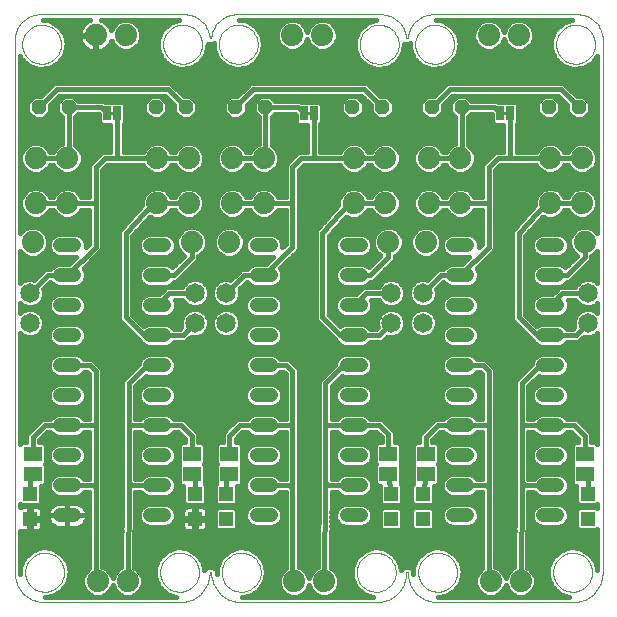
<source format=gtl>
G75*
G70*
%OFA0B0*%
%FSLAX24Y24*%
%IPPOS*%
%LPD*%
%AMOC8*
5,1,8,0,0,1.08239X$1,22.5*
%
%ADD10C,0.0010*%
%ADD11C,0.0000*%
%ADD12C,0.0480*%
%ADD13C,0.0650*%
%ADD14C,0.0740*%
%ADD15OC8,0.0480*%
%ADD16R,0.0591X0.0512*%
%ADD17R,0.0472X0.0472*%
%ADD18R,0.0250X0.0500*%
%ADD19C,0.0160*%
%ADD20C,0.0100*%
D10*
X000730Y001380D02*
X000732Y001430D01*
X000738Y001480D01*
X000748Y001530D01*
X000761Y001578D01*
X000778Y001626D01*
X000799Y001672D01*
X000823Y001716D01*
X000851Y001758D01*
X000882Y001798D01*
X000916Y001835D01*
X000953Y001870D01*
X000992Y001901D01*
X001033Y001930D01*
X001077Y001955D01*
X001123Y001977D01*
X001170Y001995D01*
X001218Y002009D01*
X001267Y002020D01*
X001317Y002027D01*
X001367Y002030D01*
X001418Y002029D01*
X001468Y002024D01*
X001518Y002015D01*
X001566Y002003D01*
X001614Y001986D01*
X001660Y001966D01*
X001705Y001943D01*
X001748Y001916D01*
X001788Y001886D01*
X001826Y001853D01*
X001861Y001817D01*
X001894Y001778D01*
X001923Y001737D01*
X001949Y001694D01*
X001972Y001649D01*
X001991Y001602D01*
X002006Y001554D01*
X002018Y001505D01*
X002026Y001455D01*
X002030Y001405D01*
X002030Y001355D01*
X002026Y001305D01*
X002018Y001255D01*
X002006Y001206D01*
X001991Y001158D01*
X001972Y001111D01*
X001949Y001066D01*
X001923Y001023D01*
X001894Y000982D01*
X001861Y000943D01*
X001826Y000907D01*
X001788Y000874D01*
X001748Y000844D01*
X001705Y000817D01*
X001660Y000794D01*
X001614Y000774D01*
X001566Y000757D01*
X001518Y000745D01*
X001468Y000736D01*
X001418Y000731D01*
X001367Y000730D01*
X001317Y000733D01*
X001267Y000740D01*
X001218Y000751D01*
X001170Y000765D01*
X001123Y000783D01*
X001077Y000805D01*
X001033Y000830D01*
X000992Y000859D01*
X000953Y000890D01*
X000916Y000925D01*
X000882Y000962D01*
X000851Y001002D01*
X000823Y001044D01*
X000799Y001088D01*
X000778Y001134D01*
X000761Y001182D01*
X000748Y001230D01*
X000738Y001280D01*
X000732Y001330D01*
X000730Y001380D01*
X005230Y001380D02*
X005232Y001430D01*
X005238Y001480D01*
X005248Y001530D01*
X005261Y001578D01*
X005278Y001626D01*
X005299Y001672D01*
X005323Y001716D01*
X005351Y001758D01*
X005382Y001798D01*
X005416Y001835D01*
X005453Y001870D01*
X005492Y001901D01*
X005533Y001930D01*
X005577Y001955D01*
X005623Y001977D01*
X005670Y001995D01*
X005718Y002009D01*
X005767Y002020D01*
X005817Y002027D01*
X005867Y002030D01*
X005918Y002029D01*
X005968Y002024D01*
X006018Y002015D01*
X006066Y002003D01*
X006114Y001986D01*
X006160Y001966D01*
X006205Y001943D01*
X006248Y001916D01*
X006288Y001886D01*
X006326Y001853D01*
X006361Y001817D01*
X006394Y001778D01*
X006423Y001737D01*
X006449Y001694D01*
X006472Y001649D01*
X006491Y001602D01*
X006506Y001554D01*
X006518Y001505D01*
X006526Y001455D01*
X006530Y001405D01*
X006530Y001355D01*
X006526Y001305D01*
X006518Y001255D01*
X006506Y001206D01*
X006491Y001158D01*
X006472Y001111D01*
X006449Y001066D01*
X006423Y001023D01*
X006394Y000982D01*
X006361Y000943D01*
X006326Y000907D01*
X006288Y000874D01*
X006248Y000844D01*
X006205Y000817D01*
X006160Y000794D01*
X006114Y000774D01*
X006066Y000757D01*
X006018Y000745D01*
X005968Y000736D01*
X005918Y000731D01*
X005867Y000730D01*
X005817Y000733D01*
X005767Y000740D01*
X005718Y000751D01*
X005670Y000765D01*
X005623Y000783D01*
X005577Y000805D01*
X005533Y000830D01*
X005492Y000859D01*
X005453Y000890D01*
X005416Y000925D01*
X005382Y000962D01*
X005351Y001002D01*
X005323Y001044D01*
X005299Y001088D01*
X005278Y001134D01*
X005261Y001182D01*
X005248Y001230D01*
X005238Y001280D01*
X005232Y001330D01*
X005230Y001380D01*
X007280Y001380D02*
X007282Y001430D01*
X007288Y001480D01*
X007298Y001530D01*
X007311Y001578D01*
X007328Y001626D01*
X007349Y001672D01*
X007373Y001716D01*
X007401Y001758D01*
X007432Y001798D01*
X007466Y001835D01*
X007503Y001870D01*
X007542Y001901D01*
X007583Y001930D01*
X007627Y001955D01*
X007673Y001977D01*
X007720Y001995D01*
X007768Y002009D01*
X007817Y002020D01*
X007867Y002027D01*
X007917Y002030D01*
X007968Y002029D01*
X008018Y002024D01*
X008068Y002015D01*
X008116Y002003D01*
X008164Y001986D01*
X008210Y001966D01*
X008255Y001943D01*
X008298Y001916D01*
X008338Y001886D01*
X008376Y001853D01*
X008411Y001817D01*
X008444Y001778D01*
X008473Y001737D01*
X008499Y001694D01*
X008522Y001649D01*
X008541Y001602D01*
X008556Y001554D01*
X008568Y001505D01*
X008576Y001455D01*
X008580Y001405D01*
X008580Y001355D01*
X008576Y001305D01*
X008568Y001255D01*
X008556Y001206D01*
X008541Y001158D01*
X008522Y001111D01*
X008499Y001066D01*
X008473Y001023D01*
X008444Y000982D01*
X008411Y000943D01*
X008376Y000907D01*
X008338Y000874D01*
X008298Y000844D01*
X008255Y000817D01*
X008210Y000794D01*
X008164Y000774D01*
X008116Y000757D01*
X008068Y000745D01*
X008018Y000736D01*
X007968Y000731D01*
X007917Y000730D01*
X007867Y000733D01*
X007817Y000740D01*
X007768Y000751D01*
X007720Y000765D01*
X007673Y000783D01*
X007627Y000805D01*
X007583Y000830D01*
X007542Y000859D01*
X007503Y000890D01*
X007466Y000925D01*
X007432Y000962D01*
X007401Y001002D01*
X007373Y001044D01*
X007349Y001088D01*
X007328Y001134D01*
X007311Y001182D01*
X007298Y001230D01*
X007288Y001280D01*
X007282Y001330D01*
X007280Y001380D01*
X011780Y001380D02*
X011782Y001430D01*
X011788Y001480D01*
X011798Y001530D01*
X011811Y001578D01*
X011828Y001626D01*
X011849Y001672D01*
X011873Y001716D01*
X011901Y001758D01*
X011932Y001798D01*
X011966Y001835D01*
X012003Y001870D01*
X012042Y001901D01*
X012083Y001930D01*
X012127Y001955D01*
X012173Y001977D01*
X012220Y001995D01*
X012268Y002009D01*
X012317Y002020D01*
X012367Y002027D01*
X012417Y002030D01*
X012468Y002029D01*
X012518Y002024D01*
X012568Y002015D01*
X012616Y002003D01*
X012664Y001986D01*
X012710Y001966D01*
X012755Y001943D01*
X012798Y001916D01*
X012838Y001886D01*
X012876Y001853D01*
X012911Y001817D01*
X012944Y001778D01*
X012973Y001737D01*
X012999Y001694D01*
X013022Y001649D01*
X013041Y001602D01*
X013056Y001554D01*
X013068Y001505D01*
X013076Y001455D01*
X013080Y001405D01*
X013080Y001355D01*
X013076Y001305D01*
X013068Y001255D01*
X013056Y001206D01*
X013041Y001158D01*
X013022Y001111D01*
X012999Y001066D01*
X012973Y001023D01*
X012944Y000982D01*
X012911Y000943D01*
X012876Y000907D01*
X012838Y000874D01*
X012798Y000844D01*
X012755Y000817D01*
X012710Y000794D01*
X012664Y000774D01*
X012616Y000757D01*
X012568Y000745D01*
X012518Y000736D01*
X012468Y000731D01*
X012417Y000730D01*
X012367Y000733D01*
X012317Y000740D01*
X012268Y000751D01*
X012220Y000765D01*
X012173Y000783D01*
X012127Y000805D01*
X012083Y000830D01*
X012042Y000859D01*
X012003Y000890D01*
X011966Y000925D01*
X011932Y000962D01*
X011901Y001002D01*
X011873Y001044D01*
X011849Y001088D01*
X011828Y001134D01*
X011811Y001182D01*
X011798Y001230D01*
X011788Y001280D01*
X011782Y001330D01*
X011780Y001380D01*
X013830Y001380D02*
X013832Y001430D01*
X013838Y001480D01*
X013848Y001530D01*
X013861Y001578D01*
X013878Y001626D01*
X013899Y001672D01*
X013923Y001716D01*
X013951Y001758D01*
X013982Y001798D01*
X014016Y001835D01*
X014053Y001870D01*
X014092Y001901D01*
X014133Y001930D01*
X014177Y001955D01*
X014223Y001977D01*
X014270Y001995D01*
X014318Y002009D01*
X014367Y002020D01*
X014417Y002027D01*
X014467Y002030D01*
X014518Y002029D01*
X014568Y002024D01*
X014618Y002015D01*
X014666Y002003D01*
X014714Y001986D01*
X014760Y001966D01*
X014805Y001943D01*
X014848Y001916D01*
X014888Y001886D01*
X014926Y001853D01*
X014961Y001817D01*
X014994Y001778D01*
X015023Y001737D01*
X015049Y001694D01*
X015072Y001649D01*
X015091Y001602D01*
X015106Y001554D01*
X015118Y001505D01*
X015126Y001455D01*
X015130Y001405D01*
X015130Y001355D01*
X015126Y001305D01*
X015118Y001255D01*
X015106Y001206D01*
X015091Y001158D01*
X015072Y001111D01*
X015049Y001066D01*
X015023Y001023D01*
X014994Y000982D01*
X014961Y000943D01*
X014926Y000907D01*
X014888Y000874D01*
X014848Y000844D01*
X014805Y000817D01*
X014760Y000794D01*
X014714Y000774D01*
X014666Y000757D01*
X014618Y000745D01*
X014568Y000736D01*
X014518Y000731D01*
X014467Y000730D01*
X014417Y000733D01*
X014367Y000740D01*
X014318Y000751D01*
X014270Y000765D01*
X014223Y000783D01*
X014177Y000805D01*
X014133Y000830D01*
X014092Y000859D01*
X014053Y000890D01*
X014016Y000925D01*
X013982Y000962D01*
X013951Y001002D01*
X013923Y001044D01*
X013899Y001088D01*
X013878Y001134D01*
X013861Y001182D01*
X013848Y001230D01*
X013838Y001280D01*
X013832Y001330D01*
X013830Y001380D01*
X018330Y001380D02*
X018332Y001430D01*
X018338Y001480D01*
X018348Y001530D01*
X018361Y001578D01*
X018378Y001626D01*
X018399Y001672D01*
X018423Y001716D01*
X018451Y001758D01*
X018482Y001798D01*
X018516Y001835D01*
X018553Y001870D01*
X018592Y001901D01*
X018633Y001930D01*
X018677Y001955D01*
X018723Y001977D01*
X018770Y001995D01*
X018818Y002009D01*
X018867Y002020D01*
X018917Y002027D01*
X018967Y002030D01*
X019018Y002029D01*
X019068Y002024D01*
X019118Y002015D01*
X019166Y002003D01*
X019214Y001986D01*
X019260Y001966D01*
X019305Y001943D01*
X019348Y001916D01*
X019388Y001886D01*
X019426Y001853D01*
X019461Y001817D01*
X019494Y001778D01*
X019523Y001737D01*
X019549Y001694D01*
X019572Y001649D01*
X019591Y001602D01*
X019606Y001554D01*
X019618Y001505D01*
X019626Y001455D01*
X019630Y001405D01*
X019630Y001355D01*
X019626Y001305D01*
X019618Y001255D01*
X019606Y001206D01*
X019591Y001158D01*
X019572Y001111D01*
X019549Y001066D01*
X019523Y001023D01*
X019494Y000982D01*
X019461Y000943D01*
X019426Y000907D01*
X019388Y000874D01*
X019348Y000844D01*
X019305Y000817D01*
X019260Y000794D01*
X019214Y000774D01*
X019166Y000757D01*
X019118Y000745D01*
X019068Y000736D01*
X019018Y000731D01*
X018967Y000730D01*
X018917Y000733D01*
X018867Y000740D01*
X018818Y000751D01*
X018770Y000765D01*
X018723Y000783D01*
X018677Y000805D01*
X018633Y000830D01*
X018592Y000859D01*
X018553Y000890D01*
X018516Y000925D01*
X018482Y000962D01*
X018451Y001002D01*
X018423Y001044D01*
X018399Y001088D01*
X018378Y001134D01*
X018361Y001182D01*
X018348Y001230D01*
X018338Y001280D01*
X018332Y001330D01*
X018330Y001380D01*
X018430Y018980D02*
X018432Y019030D01*
X018438Y019080D01*
X018448Y019130D01*
X018461Y019178D01*
X018478Y019226D01*
X018499Y019272D01*
X018523Y019316D01*
X018551Y019358D01*
X018582Y019398D01*
X018616Y019435D01*
X018653Y019470D01*
X018692Y019501D01*
X018733Y019530D01*
X018777Y019555D01*
X018823Y019577D01*
X018870Y019595D01*
X018918Y019609D01*
X018967Y019620D01*
X019017Y019627D01*
X019067Y019630D01*
X019118Y019629D01*
X019168Y019624D01*
X019218Y019615D01*
X019266Y019603D01*
X019314Y019586D01*
X019360Y019566D01*
X019405Y019543D01*
X019448Y019516D01*
X019488Y019486D01*
X019526Y019453D01*
X019561Y019417D01*
X019594Y019378D01*
X019623Y019337D01*
X019649Y019294D01*
X019672Y019249D01*
X019691Y019202D01*
X019706Y019154D01*
X019718Y019105D01*
X019726Y019055D01*
X019730Y019005D01*
X019730Y018955D01*
X019726Y018905D01*
X019718Y018855D01*
X019706Y018806D01*
X019691Y018758D01*
X019672Y018711D01*
X019649Y018666D01*
X019623Y018623D01*
X019594Y018582D01*
X019561Y018543D01*
X019526Y018507D01*
X019488Y018474D01*
X019448Y018444D01*
X019405Y018417D01*
X019360Y018394D01*
X019314Y018374D01*
X019266Y018357D01*
X019218Y018345D01*
X019168Y018336D01*
X019118Y018331D01*
X019067Y018330D01*
X019017Y018333D01*
X018967Y018340D01*
X018918Y018351D01*
X018870Y018365D01*
X018823Y018383D01*
X018777Y018405D01*
X018733Y018430D01*
X018692Y018459D01*
X018653Y018490D01*
X018616Y018525D01*
X018582Y018562D01*
X018551Y018602D01*
X018523Y018644D01*
X018499Y018688D01*
X018478Y018734D01*
X018461Y018782D01*
X018448Y018830D01*
X018438Y018880D01*
X018432Y018930D01*
X018430Y018980D01*
X013730Y018980D02*
X013732Y019030D01*
X013738Y019080D01*
X013748Y019130D01*
X013761Y019178D01*
X013778Y019226D01*
X013799Y019272D01*
X013823Y019316D01*
X013851Y019358D01*
X013882Y019398D01*
X013916Y019435D01*
X013953Y019470D01*
X013992Y019501D01*
X014033Y019530D01*
X014077Y019555D01*
X014123Y019577D01*
X014170Y019595D01*
X014218Y019609D01*
X014267Y019620D01*
X014317Y019627D01*
X014367Y019630D01*
X014418Y019629D01*
X014468Y019624D01*
X014518Y019615D01*
X014566Y019603D01*
X014614Y019586D01*
X014660Y019566D01*
X014705Y019543D01*
X014748Y019516D01*
X014788Y019486D01*
X014826Y019453D01*
X014861Y019417D01*
X014894Y019378D01*
X014923Y019337D01*
X014949Y019294D01*
X014972Y019249D01*
X014991Y019202D01*
X015006Y019154D01*
X015018Y019105D01*
X015026Y019055D01*
X015030Y019005D01*
X015030Y018955D01*
X015026Y018905D01*
X015018Y018855D01*
X015006Y018806D01*
X014991Y018758D01*
X014972Y018711D01*
X014949Y018666D01*
X014923Y018623D01*
X014894Y018582D01*
X014861Y018543D01*
X014826Y018507D01*
X014788Y018474D01*
X014748Y018444D01*
X014705Y018417D01*
X014660Y018394D01*
X014614Y018374D01*
X014566Y018357D01*
X014518Y018345D01*
X014468Y018336D01*
X014418Y018331D01*
X014367Y018330D01*
X014317Y018333D01*
X014267Y018340D01*
X014218Y018351D01*
X014170Y018365D01*
X014123Y018383D01*
X014077Y018405D01*
X014033Y018430D01*
X013992Y018459D01*
X013953Y018490D01*
X013916Y018525D01*
X013882Y018562D01*
X013851Y018602D01*
X013823Y018644D01*
X013799Y018688D01*
X013778Y018734D01*
X013761Y018782D01*
X013748Y018830D01*
X013738Y018880D01*
X013732Y018930D01*
X013730Y018980D01*
X011880Y018980D02*
X011882Y019030D01*
X011888Y019080D01*
X011898Y019130D01*
X011911Y019178D01*
X011928Y019226D01*
X011949Y019272D01*
X011973Y019316D01*
X012001Y019358D01*
X012032Y019398D01*
X012066Y019435D01*
X012103Y019470D01*
X012142Y019501D01*
X012183Y019530D01*
X012227Y019555D01*
X012273Y019577D01*
X012320Y019595D01*
X012368Y019609D01*
X012417Y019620D01*
X012467Y019627D01*
X012517Y019630D01*
X012568Y019629D01*
X012618Y019624D01*
X012668Y019615D01*
X012716Y019603D01*
X012764Y019586D01*
X012810Y019566D01*
X012855Y019543D01*
X012898Y019516D01*
X012938Y019486D01*
X012976Y019453D01*
X013011Y019417D01*
X013044Y019378D01*
X013073Y019337D01*
X013099Y019294D01*
X013122Y019249D01*
X013141Y019202D01*
X013156Y019154D01*
X013168Y019105D01*
X013176Y019055D01*
X013180Y019005D01*
X013180Y018955D01*
X013176Y018905D01*
X013168Y018855D01*
X013156Y018806D01*
X013141Y018758D01*
X013122Y018711D01*
X013099Y018666D01*
X013073Y018623D01*
X013044Y018582D01*
X013011Y018543D01*
X012976Y018507D01*
X012938Y018474D01*
X012898Y018444D01*
X012855Y018417D01*
X012810Y018394D01*
X012764Y018374D01*
X012716Y018357D01*
X012668Y018345D01*
X012618Y018336D01*
X012568Y018331D01*
X012517Y018330D01*
X012467Y018333D01*
X012417Y018340D01*
X012368Y018351D01*
X012320Y018365D01*
X012273Y018383D01*
X012227Y018405D01*
X012183Y018430D01*
X012142Y018459D01*
X012103Y018490D01*
X012066Y018525D01*
X012032Y018562D01*
X012001Y018602D01*
X011973Y018644D01*
X011949Y018688D01*
X011928Y018734D01*
X011911Y018782D01*
X011898Y018830D01*
X011888Y018880D01*
X011882Y018930D01*
X011880Y018980D01*
X007180Y018980D02*
X007182Y019030D01*
X007188Y019080D01*
X007198Y019130D01*
X007211Y019178D01*
X007228Y019226D01*
X007249Y019272D01*
X007273Y019316D01*
X007301Y019358D01*
X007332Y019398D01*
X007366Y019435D01*
X007403Y019470D01*
X007442Y019501D01*
X007483Y019530D01*
X007527Y019555D01*
X007573Y019577D01*
X007620Y019595D01*
X007668Y019609D01*
X007717Y019620D01*
X007767Y019627D01*
X007817Y019630D01*
X007868Y019629D01*
X007918Y019624D01*
X007968Y019615D01*
X008016Y019603D01*
X008064Y019586D01*
X008110Y019566D01*
X008155Y019543D01*
X008198Y019516D01*
X008238Y019486D01*
X008276Y019453D01*
X008311Y019417D01*
X008344Y019378D01*
X008373Y019337D01*
X008399Y019294D01*
X008422Y019249D01*
X008441Y019202D01*
X008456Y019154D01*
X008468Y019105D01*
X008476Y019055D01*
X008480Y019005D01*
X008480Y018955D01*
X008476Y018905D01*
X008468Y018855D01*
X008456Y018806D01*
X008441Y018758D01*
X008422Y018711D01*
X008399Y018666D01*
X008373Y018623D01*
X008344Y018582D01*
X008311Y018543D01*
X008276Y018507D01*
X008238Y018474D01*
X008198Y018444D01*
X008155Y018417D01*
X008110Y018394D01*
X008064Y018374D01*
X008016Y018357D01*
X007968Y018345D01*
X007918Y018336D01*
X007868Y018331D01*
X007817Y018330D01*
X007767Y018333D01*
X007717Y018340D01*
X007668Y018351D01*
X007620Y018365D01*
X007573Y018383D01*
X007527Y018405D01*
X007483Y018430D01*
X007442Y018459D01*
X007403Y018490D01*
X007366Y018525D01*
X007332Y018562D01*
X007301Y018602D01*
X007273Y018644D01*
X007249Y018688D01*
X007228Y018734D01*
X007211Y018782D01*
X007198Y018830D01*
X007188Y018880D01*
X007182Y018930D01*
X007180Y018980D01*
X005330Y018980D02*
X005332Y019030D01*
X005338Y019080D01*
X005348Y019130D01*
X005361Y019178D01*
X005378Y019226D01*
X005399Y019272D01*
X005423Y019316D01*
X005451Y019358D01*
X005482Y019398D01*
X005516Y019435D01*
X005553Y019470D01*
X005592Y019501D01*
X005633Y019530D01*
X005677Y019555D01*
X005723Y019577D01*
X005770Y019595D01*
X005818Y019609D01*
X005867Y019620D01*
X005917Y019627D01*
X005967Y019630D01*
X006018Y019629D01*
X006068Y019624D01*
X006118Y019615D01*
X006166Y019603D01*
X006214Y019586D01*
X006260Y019566D01*
X006305Y019543D01*
X006348Y019516D01*
X006388Y019486D01*
X006426Y019453D01*
X006461Y019417D01*
X006494Y019378D01*
X006523Y019337D01*
X006549Y019294D01*
X006572Y019249D01*
X006591Y019202D01*
X006606Y019154D01*
X006618Y019105D01*
X006626Y019055D01*
X006630Y019005D01*
X006630Y018955D01*
X006626Y018905D01*
X006618Y018855D01*
X006606Y018806D01*
X006591Y018758D01*
X006572Y018711D01*
X006549Y018666D01*
X006523Y018623D01*
X006494Y018582D01*
X006461Y018543D01*
X006426Y018507D01*
X006388Y018474D01*
X006348Y018444D01*
X006305Y018417D01*
X006260Y018394D01*
X006214Y018374D01*
X006166Y018357D01*
X006118Y018345D01*
X006068Y018336D01*
X006018Y018331D01*
X005967Y018330D01*
X005917Y018333D01*
X005867Y018340D01*
X005818Y018351D01*
X005770Y018365D01*
X005723Y018383D01*
X005677Y018405D01*
X005633Y018430D01*
X005592Y018459D01*
X005553Y018490D01*
X005516Y018525D01*
X005482Y018562D01*
X005451Y018602D01*
X005423Y018644D01*
X005399Y018688D01*
X005378Y018734D01*
X005361Y018782D01*
X005348Y018830D01*
X005338Y018880D01*
X005332Y018930D01*
X005330Y018980D01*
X000630Y018980D02*
X000632Y019030D01*
X000638Y019080D01*
X000648Y019130D01*
X000661Y019178D01*
X000678Y019226D01*
X000699Y019272D01*
X000723Y019316D01*
X000751Y019358D01*
X000782Y019398D01*
X000816Y019435D01*
X000853Y019470D01*
X000892Y019501D01*
X000933Y019530D01*
X000977Y019555D01*
X001023Y019577D01*
X001070Y019595D01*
X001118Y019609D01*
X001167Y019620D01*
X001217Y019627D01*
X001267Y019630D01*
X001318Y019629D01*
X001368Y019624D01*
X001418Y019615D01*
X001466Y019603D01*
X001514Y019586D01*
X001560Y019566D01*
X001605Y019543D01*
X001648Y019516D01*
X001688Y019486D01*
X001726Y019453D01*
X001761Y019417D01*
X001794Y019378D01*
X001823Y019337D01*
X001849Y019294D01*
X001872Y019249D01*
X001891Y019202D01*
X001906Y019154D01*
X001918Y019105D01*
X001926Y019055D01*
X001930Y019005D01*
X001930Y018955D01*
X001926Y018905D01*
X001918Y018855D01*
X001906Y018806D01*
X001891Y018758D01*
X001872Y018711D01*
X001849Y018666D01*
X001823Y018623D01*
X001794Y018582D01*
X001761Y018543D01*
X001726Y018507D01*
X001688Y018474D01*
X001648Y018444D01*
X001605Y018417D01*
X001560Y018394D01*
X001514Y018374D01*
X001466Y018357D01*
X001418Y018345D01*
X001368Y018336D01*
X001318Y018331D01*
X001267Y018330D01*
X001217Y018333D01*
X001167Y018340D01*
X001118Y018351D01*
X001070Y018365D01*
X001023Y018383D01*
X000977Y018405D01*
X000933Y018430D01*
X000892Y018459D01*
X000853Y018490D01*
X000816Y018525D01*
X000782Y018562D01*
X000751Y018602D01*
X000723Y018644D01*
X000699Y018688D01*
X000678Y018734D01*
X000661Y018782D01*
X000648Y018830D01*
X000638Y018880D01*
X000632Y018930D01*
X000630Y018980D01*
D11*
X000380Y019180D02*
X000380Y001380D01*
X000382Y001320D01*
X000387Y001259D01*
X000396Y001200D01*
X000409Y001141D01*
X000425Y001082D01*
X000445Y001025D01*
X000468Y000970D01*
X000495Y000915D01*
X000524Y000863D01*
X000557Y000812D01*
X000593Y000763D01*
X000631Y000717D01*
X000673Y000673D01*
X000717Y000631D01*
X000763Y000593D01*
X000812Y000557D01*
X000863Y000524D01*
X000915Y000495D01*
X000970Y000468D01*
X001025Y000445D01*
X001082Y000425D01*
X001141Y000409D01*
X001200Y000396D01*
X001259Y000387D01*
X001320Y000382D01*
X001380Y000380D01*
X005880Y000380D01*
X005940Y000382D01*
X006001Y000387D01*
X006060Y000396D01*
X006119Y000409D01*
X006178Y000425D01*
X006235Y000445D01*
X006290Y000468D01*
X006345Y000495D01*
X006397Y000524D01*
X006448Y000557D01*
X006497Y000593D01*
X006543Y000631D01*
X006587Y000673D01*
X006629Y000717D01*
X006667Y000763D01*
X006703Y000812D01*
X006736Y000863D01*
X006765Y000915D01*
X006792Y000970D01*
X006815Y001025D01*
X006835Y001082D01*
X006851Y001141D01*
X006864Y001200D01*
X006873Y001259D01*
X006878Y001320D01*
X006880Y001380D01*
X006930Y001380D01*
X006932Y001320D01*
X006937Y001259D01*
X006946Y001200D01*
X006959Y001141D01*
X006975Y001082D01*
X006995Y001025D01*
X007018Y000970D01*
X007045Y000915D01*
X007074Y000863D01*
X007107Y000812D01*
X007143Y000763D01*
X007181Y000717D01*
X007223Y000673D01*
X007267Y000631D01*
X007313Y000593D01*
X007362Y000557D01*
X007413Y000524D01*
X007465Y000495D01*
X007520Y000468D01*
X007575Y000445D01*
X007632Y000425D01*
X007691Y000409D01*
X007750Y000396D01*
X007809Y000387D01*
X007870Y000382D01*
X007930Y000380D01*
X012430Y000380D01*
X012490Y000382D01*
X012551Y000387D01*
X012610Y000396D01*
X012669Y000409D01*
X012728Y000425D01*
X012785Y000445D01*
X012840Y000468D01*
X012895Y000495D01*
X012947Y000524D01*
X012998Y000557D01*
X013047Y000593D01*
X013093Y000631D01*
X013137Y000673D01*
X013179Y000717D01*
X013217Y000763D01*
X013253Y000812D01*
X013286Y000863D01*
X013315Y000915D01*
X013342Y000970D01*
X013365Y001025D01*
X013385Y001082D01*
X013401Y001141D01*
X013414Y001200D01*
X013423Y001259D01*
X013428Y001320D01*
X013430Y001380D01*
X013480Y001380D01*
X013482Y001320D01*
X013487Y001259D01*
X013496Y001200D01*
X013509Y001141D01*
X013525Y001082D01*
X013545Y001025D01*
X013568Y000970D01*
X013595Y000915D01*
X013624Y000863D01*
X013657Y000812D01*
X013693Y000763D01*
X013731Y000717D01*
X013773Y000673D01*
X013817Y000631D01*
X013863Y000593D01*
X013912Y000557D01*
X013963Y000524D01*
X014015Y000495D01*
X014070Y000468D01*
X014125Y000445D01*
X014182Y000425D01*
X014241Y000409D01*
X014300Y000396D01*
X014359Y000387D01*
X014420Y000382D01*
X014480Y000380D01*
X018980Y000380D01*
X019040Y000382D01*
X019101Y000387D01*
X019160Y000396D01*
X019219Y000409D01*
X019278Y000425D01*
X019335Y000445D01*
X019390Y000468D01*
X019445Y000495D01*
X019497Y000524D01*
X019548Y000557D01*
X019597Y000593D01*
X019643Y000631D01*
X019687Y000673D01*
X019729Y000717D01*
X019767Y000763D01*
X019803Y000812D01*
X019836Y000863D01*
X019865Y000915D01*
X019892Y000970D01*
X019915Y001025D01*
X019935Y001082D01*
X019951Y001141D01*
X019964Y001200D01*
X019973Y001259D01*
X019978Y001320D01*
X019980Y001380D01*
X019980Y019180D01*
X019974Y019235D01*
X019966Y019290D01*
X019953Y019345D01*
X019938Y019398D01*
X019918Y019450D01*
X019896Y019501D01*
X019870Y019551D01*
X019841Y019598D01*
X019809Y019644D01*
X019774Y019687D01*
X019736Y019728D01*
X019695Y019766D01*
X019653Y019802D01*
X019608Y019834D01*
X019560Y019864D01*
X019511Y019891D01*
X019461Y019914D01*
X019409Y019934D01*
X019356Y019951D01*
X019302Y019964D01*
X019247Y019973D01*
X019191Y019979D01*
X019136Y019981D01*
X019080Y019980D01*
X014380Y019980D01*
X013480Y019180D02*
X013430Y019180D01*
X013424Y019235D01*
X013416Y019290D01*
X013403Y019345D01*
X013388Y019398D01*
X013368Y019450D01*
X013346Y019501D01*
X013320Y019551D01*
X013291Y019598D01*
X013259Y019644D01*
X013224Y019687D01*
X013186Y019728D01*
X013145Y019766D01*
X013103Y019802D01*
X013058Y019834D01*
X013010Y019864D01*
X012961Y019891D01*
X012911Y019914D01*
X012859Y019934D01*
X012806Y019951D01*
X012752Y019964D01*
X012697Y019973D01*
X012641Y019979D01*
X012586Y019981D01*
X012530Y019980D01*
X007830Y019980D01*
X006930Y019180D02*
X006880Y019180D01*
X006874Y019235D01*
X006866Y019290D01*
X006853Y019345D01*
X006838Y019398D01*
X006818Y019450D01*
X006796Y019501D01*
X006770Y019551D01*
X006741Y019598D01*
X006709Y019644D01*
X006674Y019687D01*
X006636Y019728D01*
X006595Y019766D01*
X006553Y019802D01*
X006508Y019834D01*
X006460Y019864D01*
X006411Y019891D01*
X006361Y019914D01*
X006309Y019934D01*
X006256Y019951D01*
X006202Y019964D01*
X006147Y019973D01*
X006091Y019979D01*
X006036Y019981D01*
X005980Y019980D01*
X001280Y019980D01*
X001224Y019981D01*
X001169Y019979D01*
X001113Y019973D01*
X001058Y019964D01*
X001004Y019951D01*
X000951Y019934D01*
X000899Y019914D01*
X000849Y019891D01*
X000800Y019864D01*
X000752Y019834D01*
X000707Y019802D01*
X000665Y019766D01*
X000624Y019728D01*
X000586Y019687D01*
X000551Y019644D01*
X000519Y019598D01*
X000490Y019551D01*
X000464Y019501D01*
X000442Y019450D01*
X000422Y019398D01*
X000407Y019345D01*
X000394Y019290D01*
X000386Y019235D01*
X000380Y019180D01*
X006930Y019180D02*
X006936Y019235D01*
X006944Y019290D01*
X006957Y019345D01*
X006972Y019398D01*
X006992Y019450D01*
X007014Y019501D01*
X007040Y019551D01*
X007069Y019598D01*
X007101Y019644D01*
X007136Y019687D01*
X007174Y019728D01*
X007215Y019766D01*
X007257Y019802D01*
X007302Y019834D01*
X007350Y019864D01*
X007399Y019891D01*
X007449Y019914D01*
X007501Y019934D01*
X007554Y019951D01*
X007608Y019964D01*
X007663Y019973D01*
X007719Y019979D01*
X007774Y019981D01*
X007830Y019980D01*
X013480Y019180D02*
X013486Y019235D01*
X013494Y019290D01*
X013507Y019345D01*
X013522Y019398D01*
X013542Y019450D01*
X013564Y019501D01*
X013590Y019551D01*
X013619Y019598D01*
X013651Y019644D01*
X013686Y019687D01*
X013724Y019728D01*
X013765Y019766D01*
X013807Y019802D01*
X013852Y019834D01*
X013900Y019864D01*
X013949Y019891D01*
X013999Y019914D01*
X014051Y019934D01*
X014104Y019951D01*
X014158Y019964D01*
X014213Y019973D01*
X014269Y019979D01*
X014324Y019981D01*
X014380Y019980D01*
D12*
X014990Y012280D02*
X015470Y012280D01*
X015470Y011280D02*
X014990Y011280D01*
X014990Y010280D02*
X015470Y010280D01*
X015470Y009280D02*
X014990Y009280D01*
X014990Y008280D02*
X015470Y008280D01*
X015470Y007280D02*
X014990Y007280D01*
X014990Y006280D02*
X015470Y006280D01*
X015470Y005280D02*
X014990Y005280D01*
X014990Y004280D02*
X015470Y004280D01*
X015470Y003280D02*
X014990Y003280D01*
X017990Y003280D02*
X018470Y003280D01*
X018470Y004280D02*
X017990Y004280D01*
X017990Y005280D02*
X018470Y005280D01*
X018470Y006280D02*
X017990Y006280D01*
X017990Y007280D02*
X018470Y007280D01*
X018470Y008280D02*
X017990Y008280D01*
X017990Y009280D02*
X018470Y009280D01*
X018470Y010280D02*
X017990Y010280D01*
X017990Y011280D02*
X018470Y011280D01*
X018470Y012280D02*
X017990Y012280D01*
X011920Y012280D02*
X011440Y012280D01*
X011440Y011280D02*
X011920Y011280D01*
X011920Y010280D02*
X011440Y010280D01*
X011440Y009280D02*
X011920Y009280D01*
X011920Y008280D02*
X011440Y008280D01*
X011440Y007280D02*
X011920Y007280D01*
X011920Y006280D02*
X011440Y006280D01*
X011440Y005280D02*
X011920Y005280D01*
X011920Y004280D02*
X011440Y004280D01*
X011440Y003280D02*
X011920Y003280D01*
X008920Y003280D02*
X008440Y003280D01*
X008440Y004280D02*
X008920Y004280D01*
X008920Y005280D02*
X008440Y005280D01*
X008440Y006280D02*
X008920Y006280D01*
X008920Y007280D02*
X008440Y007280D01*
X008440Y008280D02*
X008920Y008280D01*
X008920Y009280D02*
X008440Y009280D01*
X008440Y010280D02*
X008920Y010280D01*
X008920Y011280D02*
X008440Y011280D01*
X008440Y012280D02*
X008920Y012280D01*
X005370Y012280D02*
X004890Y012280D01*
X004890Y011280D02*
X005370Y011280D01*
X005370Y010280D02*
X004890Y010280D01*
X004890Y009280D02*
X005370Y009280D01*
X005370Y008280D02*
X004890Y008280D01*
X004890Y007280D02*
X005370Y007280D01*
X005370Y006280D02*
X004890Y006280D01*
X004890Y005280D02*
X005370Y005280D01*
X005370Y004280D02*
X004890Y004280D01*
X004890Y003280D02*
X005370Y003280D01*
X002370Y003280D02*
X001890Y003280D01*
X001890Y004280D02*
X002370Y004280D01*
X002370Y005280D02*
X001890Y005280D01*
X001890Y006280D02*
X002370Y006280D01*
X002370Y007280D02*
X001890Y007280D01*
X001890Y008280D02*
X002370Y008280D01*
X002370Y009280D02*
X001890Y009280D01*
X001890Y010280D02*
X002370Y010280D01*
X002370Y011280D02*
X001890Y011280D01*
X001890Y012280D02*
X002370Y012280D01*
D13*
X000880Y010680D03*
X000880Y009680D03*
X006380Y009680D03*
X006380Y010680D03*
X007430Y010680D03*
X007430Y009680D03*
X012930Y009680D03*
X012930Y010680D03*
X013980Y010680D03*
X013980Y009680D03*
X019480Y009680D03*
X019480Y010680D03*
D14*
X019380Y012380D03*
X019280Y013680D03*
X018230Y013680D03*
X018230Y015180D03*
X019280Y015180D03*
X015230Y015180D03*
X014180Y015180D03*
X012730Y015180D03*
X011680Y015180D03*
X011680Y013680D03*
X012730Y013680D03*
X012830Y012380D03*
X014080Y012380D03*
X014180Y013680D03*
X015230Y013680D03*
X016180Y019280D03*
X017180Y019280D03*
X010630Y019280D03*
X009630Y019280D03*
X008680Y015180D03*
X007630Y015180D03*
X006180Y015180D03*
X005130Y015180D03*
X005130Y013680D03*
X006180Y013680D03*
X006280Y012380D03*
X007530Y012380D03*
X007630Y013680D03*
X008680Y013680D03*
X004080Y019280D03*
X003080Y019280D03*
X002130Y015180D03*
X001080Y015180D03*
X001080Y013680D03*
X002130Y013680D03*
X000980Y012380D03*
X003140Y001080D03*
X004140Y001080D03*
X009690Y001080D03*
X010690Y001080D03*
X016240Y001080D03*
X017240Y001080D03*
D15*
X018180Y016880D03*
X019180Y016880D03*
X015280Y016880D03*
X014280Y016880D03*
X012630Y016880D03*
X011630Y016880D03*
X008730Y016880D03*
X007730Y016880D03*
X006080Y016880D03*
X005080Y016880D03*
X002180Y016880D03*
X001180Y016880D03*
D16*
X000980Y005315D03*
X000980Y004645D03*
X006280Y004645D03*
X006280Y005315D03*
X007530Y005315D03*
X007530Y004645D03*
X012830Y004645D03*
X012830Y005315D03*
X014080Y005315D03*
X014080Y004645D03*
X019380Y004645D03*
X019380Y005315D03*
D17*
X019480Y003993D03*
X019480Y003167D03*
X013980Y003167D03*
X013980Y003993D03*
X012930Y003993D03*
X012930Y003167D03*
X007430Y003167D03*
X007430Y003993D03*
X006380Y003993D03*
X006380Y003167D03*
X000880Y003167D03*
X000880Y003993D03*
D18*
X003468Y016680D03*
X003792Y016680D03*
X010018Y016680D03*
X010342Y016680D03*
X016568Y016680D03*
X016892Y016680D03*
D19*
X016892Y015192D01*
X016880Y015180D01*
X016480Y015180D01*
X016180Y014880D01*
X016180Y013680D01*
X015230Y013680D01*
X014180Y013680D01*
X013670Y013694D02*
X013240Y013694D01*
X013240Y013781D02*
X013162Y013969D01*
X013019Y014112D01*
X012831Y014190D01*
X012629Y014190D01*
X012441Y014112D01*
X012298Y013969D01*
X012269Y013900D01*
X012141Y013900D01*
X012112Y013969D01*
X011969Y014112D01*
X011781Y014190D01*
X011579Y014190D01*
X011391Y014112D01*
X011248Y013969D01*
X011170Y013781D01*
X011170Y013609D01*
X010470Y012831D01*
X010410Y012771D01*
X010410Y012764D01*
X010406Y012759D01*
X010410Y012674D01*
X010410Y009789D01*
X011010Y009189D01*
X011106Y009093D01*
X011118Y009065D01*
X011225Y008958D01*
X011364Y008900D01*
X011996Y008900D01*
X012135Y008958D01*
X012237Y009060D01*
X012621Y009060D01*
X012750Y009189D01*
X012794Y009233D01*
X012838Y009215D01*
X013022Y009215D01*
X013193Y009286D01*
X013324Y009417D01*
X013395Y009588D01*
X013395Y009772D01*
X013324Y009943D01*
X013193Y010074D01*
X013022Y010145D01*
X012838Y010145D01*
X012667Y010074D01*
X012536Y009943D01*
X012465Y009772D01*
X012465Y009588D01*
X012483Y009544D01*
X012439Y009500D01*
X012237Y009500D01*
X012135Y009602D01*
X011996Y009660D01*
X011364Y009660D01*
X011225Y009602D01*
X011222Y009599D01*
X010850Y009971D01*
X010850Y012596D01*
X011424Y013234D01*
X011579Y013170D01*
X011781Y013170D01*
X011969Y013248D01*
X012112Y013391D01*
X012141Y013460D01*
X012269Y013460D01*
X012298Y013391D01*
X012441Y013248D01*
X012629Y013170D01*
X012831Y013170D01*
X013019Y013248D01*
X013162Y013391D01*
X013240Y013579D01*
X013240Y013781D01*
X013211Y013853D02*
X013699Y013853D01*
X013670Y013781D02*
X013748Y013969D01*
X013891Y014112D01*
X014079Y014190D01*
X014281Y014190D01*
X014469Y014112D01*
X014612Y013969D01*
X014641Y013900D01*
X014769Y013900D01*
X014798Y013969D01*
X014941Y014112D01*
X015129Y014190D01*
X015331Y014190D01*
X015519Y014112D01*
X015662Y013969D01*
X015691Y013900D01*
X015960Y013900D01*
X015960Y014971D01*
X016089Y015100D01*
X016389Y015400D01*
X016672Y015400D01*
X016672Y016290D01*
X016385Y016290D01*
X016303Y016372D01*
X016303Y016634D01*
X016277Y016660D01*
X015597Y016660D01*
X015500Y016563D01*
X015500Y015620D01*
X015519Y015612D01*
X015662Y015469D01*
X015740Y015281D01*
X015740Y015079D01*
X015662Y014891D01*
X015519Y014748D01*
X015331Y014670D01*
X015129Y014670D01*
X014941Y014748D01*
X014798Y014891D01*
X014769Y014960D01*
X014641Y014960D01*
X014612Y014891D01*
X014469Y014748D01*
X014281Y014670D01*
X014079Y014670D01*
X013891Y014748D01*
X013748Y014891D01*
X013670Y015079D01*
X013670Y015281D01*
X013748Y015469D01*
X013891Y015612D01*
X014079Y015690D01*
X014281Y015690D01*
X014469Y015612D01*
X014612Y015469D01*
X014641Y015400D01*
X014769Y015400D01*
X014798Y015469D01*
X014941Y015612D01*
X015060Y015662D01*
X015060Y016563D01*
X014900Y016723D01*
X014900Y017037D01*
X015123Y017260D01*
X015437Y017260D01*
X015597Y017100D01*
X016459Y017100D01*
X016489Y017070D01*
X017075Y017070D01*
X017157Y016988D01*
X017157Y016372D01*
X017112Y016327D01*
X017112Y015400D01*
X017769Y015400D01*
X017798Y015469D01*
X017941Y015612D01*
X018129Y015690D01*
X018331Y015690D01*
X018519Y015612D01*
X018662Y015469D01*
X018691Y015400D01*
X018819Y015400D01*
X018848Y015469D01*
X018991Y015612D01*
X019179Y015690D01*
X019381Y015690D01*
X019569Y015612D01*
X019712Y015469D01*
X019790Y015281D01*
X019790Y015079D01*
X019712Y014891D01*
X019569Y014748D01*
X019381Y014670D01*
X019179Y014670D01*
X018991Y014748D01*
X018848Y014891D01*
X018819Y014960D01*
X018691Y014960D01*
X018662Y014891D01*
X018519Y014748D01*
X018331Y014670D01*
X018129Y014670D01*
X017941Y014748D01*
X017798Y014891D01*
X017769Y014960D01*
X016571Y014960D01*
X016400Y014789D01*
X016400Y012139D01*
X015774Y011513D01*
X015792Y011495D01*
X015850Y011356D01*
X015850Y011204D01*
X015792Y011065D01*
X015685Y010958D01*
X015546Y010900D01*
X014914Y010900D01*
X014775Y010958D01*
X014673Y011060D01*
X014671Y011060D01*
X014427Y010816D01*
X014445Y010772D01*
X014445Y010588D01*
X014374Y010417D01*
X014243Y010286D01*
X014072Y010215D01*
X013888Y010215D01*
X013717Y010286D01*
X013586Y010417D01*
X013515Y010588D01*
X013515Y010772D01*
X013586Y010943D01*
X013717Y011074D01*
X013888Y011145D01*
X014072Y011145D01*
X014116Y011127D01*
X014360Y011371D01*
X014489Y011500D01*
X014673Y011500D01*
X014775Y011602D01*
X014914Y011660D01*
X015299Y011660D01*
X015539Y011900D01*
X014914Y011900D01*
X014775Y011958D01*
X014668Y012065D01*
X014610Y012204D01*
X014610Y012356D01*
X014668Y012495D01*
X014775Y012602D01*
X014914Y012660D01*
X015546Y012660D01*
X015685Y012602D01*
X015792Y012495D01*
X015850Y012356D01*
X015850Y012211D01*
X015960Y012321D01*
X015960Y013460D01*
X015691Y013460D01*
X015662Y013391D01*
X015519Y013248D01*
X015331Y013170D01*
X015129Y013170D01*
X014941Y013248D01*
X014798Y013391D01*
X014769Y013460D01*
X014641Y013460D01*
X014612Y013391D01*
X014469Y013248D01*
X014281Y013170D01*
X014079Y013170D01*
X013891Y013248D01*
X013748Y013391D01*
X013670Y013579D01*
X013670Y013781D01*
X013688Y013536D02*
X013222Y013536D01*
X013148Y013377D02*
X013762Y013377D01*
X013961Y013219D02*
X012949Y013219D01*
X012931Y012890D02*
X012729Y012890D01*
X012541Y012812D01*
X012398Y012669D01*
X012320Y012481D01*
X012320Y012279D01*
X012398Y012091D01*
X012541Y011948D01*
X012573Y011934D01*
X012188Y011549D01*
X012135Y011602D01*
X011996Y011660D01*
X011364Y011660D01*
X011225Y011602D01*
X011118Y011495D01*
X011060Y011356D01*
X011060Y011204D01*
X011118Y011065D01*
X011225Y010958D01*
X011364Y010900D01*
X011996Y010900D01*
X012135Y010958D01*
X012237Y011060D01*
X012321Y011060D01*
X012921Y011660D01*
X013050Y011789D01*
X013050Y011919D01*
X013119Y011948D01*
X013262Y012091D01*
X013340Y012279D01*
X013340Y012481D01*
X013262Y012669D01*
X013119Y012812D01*
X012931Y012890D01*
X013188Y012743D02*
X013722Y012743D01*
X013791Y012812D02*
X013648Y012669D01*
X013570Y012481D01*
X013570Y012279D01*
X013648Y012091D01*
X013791Y011948D01*
X013979Y011870D01*
X014181Y011870D01*
X014369Y011948D01*
X014512Y012091D01*
X014590Y012279D01*
X014590Y012481D01*
X014512Y012669D01*
X014369Y012812D01*
X014181Y012890D01*
X013979Y012890D01*
X013791Y012812D01*
X013613Y012585D02*
X013297Y012585D01*
X013340Y012426D02*
X013570Y012426D01*
X013575Y012268D02*
X013335Y012268D01*
X013270Y012109D02*
X013640Y012109D01*
X013788Y011951D02*
X013122Y011951D01*
X013050Y011792D02*
X015431Y011792D01*
X015801Y011475D02*
X016960Y011475D01*
X016960Y011317D02*
X015850Y011317D01*
X015831Y011158D02*
X016960Y011158D01*
X016960Y011000D02*
X015727Y011000D01*
X015546Y010660D02*
X015685Y010602D01*
X015792Y010495D01*
X015850Y010356D01*
X015850Y010204D01*
X015792Y010065D01*
X015685Y009958D01*
X015546Y009900D01*
X014914Y009900D01*
X014775Y009958D01*
X014668Y010065D01*
X014610Y010204D01*
X014610Y010356D01*
X014668Y010495D01*
X014775Y010602D01*
X014914Y010660D01*
X015546Y010660D01*
X015763Y010524D02*
X016960Y010524D01*
X016960Y010366D02*
X015846Y010366D01*
X015850Y010207D02*
X016960Y010207D01*
X016960Y010049D02*
X015776Y010049D01*
X015546Y009660D02*
X015685Y009602D01*
X015792Y009495D01*
X015850Y009356D01*
X015850Y009204D01*
X015792Y009065D01*
X015685Y008958D01*
X015546Y008900D01*
X014914Y008900D01*
X014775Y008958D01*
X014668Y009065D01*
X014610Y009204D01*
X014610Y009356D01*
X014668Y009495D01*
X014775Y009602D01*
X014914Y009660D01*
X015546Y009660D01*
X015714Y009573D02*
X017176Y009573D01*
X017334Y009415D02*
X015826Y009415D01*
X015850Y009256D02*
X017493Y009256D01*
X017560Y009189D02*
X017656Y009093D01*
X017668Y009065D01*
X017775Y008958D01*
X017914Y008900D01*
X018546Y008900D01*
X018685Y008958D01*
X018787Y009060D01*
X019171Y009060D01*
X019300Y009189D01*
X019344Y009233D01*
X019388Y009215D01*
X019572Y009215D01*
X019743Y009286D01*
X019800Y009342D01*
X019800Y005644D01*
X019733Y005711D01*
X019600Y005711D01*
X019600Y006021D01*
X019250Y006371D01*
X019121Y006500D01*
X018787Y006500D01*
X018685Y006602D01*
X018546Y006660D01*
X017914Y006660D01*
X017775Y006602D01*
X017673Y006500D01*
X017500Y006500D01*
X017500Y007589D01*
X017841Y007930D01*
X017914Y007900D01*
X018546Y007900D01*
X018685Y007958D01*
X018792Y008065D01*
X018850Y008204D01*
X018850Y008356D01*
X018792Y008495D01*
X018685Y008602D01*
X018546Y008660D01*
X017914Y008660D01*
X017775Y008602D01*
X017668Y008495D01*
X017610Y008356D01*
X017610Y008321D01*
X017560Y008271D01*
X017060Y007771D01*
X017060Y004381D01*
X017026Y001543D01*
X016951Y001512D01*
X016808Y001369D01*
X016740Y001206D01*
X016672Y001369D01*
X016529Y001512D01*
X016400Y001566D01*
X016400Y008171D01*
X016271Y008300D01*
X016200Y008371D01*
X016071Y008500D01*
X015787Y008500D01*
X015685Y008602D01*
X015546Y008660D01*
X014914Y008660D01*
X014775Y008602D01*
X014668Y008495D01*
X014610Y008356D01*
X014610Y008204D01*
X014668Y008065D01*
X014775Y007958D01*
X014914Y007900D01*
X015546Y007900D01*
X015685Y007958D01*
X015787Y008060D01*
X015889Y008060D01*
X015960Y007989D01*
X015960Y006500D01*
X015787Y006500D01*
X015685Y006602D01*
X015546Y006660D01*
X014914Y006660D01*
X014775Y006602D01*
X014673Y006500D01*
X014389Y006500D01*
X014260Y006371D01*
X013860Y005971D01*
X013860Y005711D01*
X013727Y005711D01*
X013645Y005629D01*
X013645Y005001D01*
X013665Y004980D01*
X013645Y004959D01*
X013645Y004331D01*
X013646Y004330D01*
X013604Y004288D01*
X013604Y003699D01*
X013686Y003617D01*
X014274Y003617D01*
X014356Y003699D01*
X014356Y004249D01*
X014433Y004249D01*
X014515Y004331D01*
X014515Y004959D01*
X014495Y004980D01*
X014515Y005001D01*
X014515Y005629D01*
X014433Y005711D01*
X014300Y005711D01*
X014300Y005789D01*
X014571Y006060D01*
X014673Y006060D01*
X014775Y005958D01*
X014914Y005900D01*
X015546Y005900D01*
X015685Y005958D01*
X015787Y006060D01*
X015960Y006060D01*
X015960Y004500D01*
X015787Y004500D01*
X015685Y004602D01*
X015546Y004660D01*
X014914Y004660D01*
X014775Y004602D01*
X014668Y004495D01*
X014610Y004356D01*
X014610Y004204D01*
X014668Y004065D01*
X014775Y003958D01*
X014914Y003900D01*
X015546Y003900D01*
X015685Y003958D01*
X015787Y004060D01*
X015960Y004060D01*
X015960Y001516D01*
X015951Y001512D01*
X015808Y001369D01*
X015730Y001181D01*
X015730Y000979D01*
X015808Y000791D01*
X015951Y000648D01*
X016139Y000570D01*
X016341Y000570D01*
X016529Y000648D01*
X016672Y000791D01*
X016740Y000954D01*
X016808Y000791D01*
X016951Y000648D01*
X017139Y000570D01*
X017341Y000570D01*
X017529Y000648D01*
X017672Y000791D01*
X017750Y000979D01*
X017750Y001181D01*
X017672Y001369D01*
X017529Y001512D01*
X017466Y001539D01*
X017496Y004060D01*
X017673Y004060D01*
X017775Y003958D01*
X017914Y003900D01*
X018546Y003900D01*
X018685Y003958D01*
X018792Y004065D01*
X018850Y004204D01*
X018850Y004356D01*
X018792Y004495D01*
X018685Y004602D01*
X018546Y004660D01*
X017914Y004660D01*
X017775Y004602D01*
X017673Y004500D01*
X017500Y004500D01*
X017500Y006060D01*
X017673Y006060D01*
X017775Y005958D01*
X017914Y005900D01*
X018546Y005900D01*
X018685Y005958D01*
X018787Y006060D01*
X018939Y006060D01*
X019160Y005839D01*
X019160Y005711D01*
X019027Y005711D01*
X018945Y005629D01*
X018945Y005001D01*
X018965Y004980D01*
X018945Y004959D01*
X018945Y004331D01*
X019027Y004249D01*
X019104Y004249D01*
X019104Y003699D01*
X019186Y003617D01*
X019774Y003617D01*
X019800Y003643D01*
X019800Y003517D01*
X019774Y003543D01*
X019186Y003543D01*
X019104Y003461D01*
X019104Y002872D01*
X019186Y002790D01*
X019774Y002790D01*
X019800Y002816D01*
X019800Y001451D01*
X019743Y001720D01*
X019539Y002001D01*
X019539Y002001D01*
X019539Y002001D01*
X019238Y002174D01*
X018893Y002210D01*
X018893Y002210D01*
X018563Y002103D01*
X018563Y002103D01*
X018304Y001871D01*
X018163Y001554D01*
X018163Y001206D01*
X018304Y000889D01*
X018304Y000889D01*
X018304Y000889D01*
X018563Y000657D01*
X018861Y000560D01*
X014492Y000560D01*
X014738Y000586D01*
X015039Y000759D01*
X015039Y000759D01*
X015039Y000759D01*
X015243Y001040D01*
X015243Y001040D01*
X015315Y001380D01*
X015315Y001380D01*
X015243Y001720D01*
X015039Y002001D01*
X015039Y002001D01*
X015039Y002001D01*
X014738Y002174D01*
X014393Y002210D01*
X014393Y002210D01*
X014063Y002103D01*
X014063Y002103D01*
X013804Y001871D01*
X013663Y001554D01*
X013663Y001339D01*
X013660Y001380D01*
X013660Y001455D01*
X013555Y001560D01*
X013355Y001560D01*
X013250Y001455D01*
X013250Y001451D01*
X013193Y001720D01*
X012989Y002001D01*
X012989Y002001D01*
X012688Y002174D01*
X012688Y002174D01*
X012343Y002210D01*
X012343Y002210D01*
X012013Y002103D01*
X012013Y002103D01*
X011754Y001871D01*
X011613Y001554D01*
X011613Y001206D01*
X011754Y000889D01*
X012013Y000657D01*
X012311Y000560D01*
X007942Y000560D01*
X008188Y000586D01*
X008489Y000759D01*
X008489Y000759D01*
X008489Y000759D01*
X008693Y001040D01*
X008693Y001040D01*
X008765Y001380D01*
X008693Y001720D01*
X008489Y002001D01*
X008489Y002001D01*
X008489Y002001D01*
X008188Y002174D01*
X007843Y002210D01*
X007843Y002210D01*
X007513Y002103D01*
X007513Y002103D01*
X007254Y001871D01*
X007113Y001554D01*
X007113Y001339D01*
X007110Y001380D01*
X007110Y001455D01*
X007005Y001560D01*
X006805Y001560D01*
X006700Y001455D01*
X006700Y001451D01*
X006643Y001720D01*
X006439Y002001D01*
X006439Y002001D01*
X006439Y002001D01*
X006138Y002174D01*
X005793Y002210D01*
X005793Y002210D01*
X005463Y002103D01*
X005463Y002103D01*
X005204Y001871D01*
X005063Y001554D01*
X005063Y001206D01*
X005204Y000889D01*
X005463Y000657D01*
X005761Y000560D01*
X001392Y000560D01*
X001638Y000586D01*
X001939Y000759D01*
X001939Y000759D01*
X002143Y001040D01*
X002215Y001380D01*
X002143Y001720D01*
X001939Y002001D01*
X001939Y002001D01*
X001939Y002001D01*
X001638Y002174D01*
X001293Y002210D01*
X001293Y002210D01*
X000963Y002103D01*
X000963Y002103D01*
X000704Y001871D01*
X000563Y001554D01*
X000563Y001339D01*
X000560Y001380D01*
X000560Y002771D01*
X000574Y002763D01*
X000620Y002750D01*
X000842Y002750D01*
X000842Y003128D01*
X000918Y003128D01*
X000918Y002750D01*
X001140Y002750D01*
X001186Y002763D01*
X001227Y002786D01*
X001260Y002820D01*
X001284Y002861D01*
X001296Y002907D01*
X001296Y003129D01*
X000918Y003129D01*
X000918Y003205D01*
X000842Y003205D01*
X000842Y003583D01*
X000620Y003583D01*
X000574Y003571D01*
X000560Y003562D01*
X000560Y003643D01*
X000586Y003617D01*
X001174Y003617D01*
X001256Y003699D01*
X001256Y004249D01*
X001333Y004249D01*
X001415Y004331D01*
X001415Y004959D01*
X001395Y004980D01*
X001415Y005001D01*
X001415Y005629D01*
X001333Y005711D01*
X001200Y005711D01*
X001200Y005789D01*
X001471Y006060D01*
X001573Y006060D01*
X001675Y005958D01*
X001814Y005900D01*
X002446Y005900D01*
X002585Y005958D01*
X002687Y006060D01*
X002860Y006060D01*
X002860Y004500D01*
X002687Y004500D01*
X002585Y004602D01*
X002446Y004660D01*
X001814Y004660D01*
X001675Y004602D01*
X001568Y004495D01*
X001510Y004356D01*
X001510Y004204D01*
X001568Y004065D01*
X001675Y003958D01*
X001814Y003900D01*
X002446Y003900D01*
X002585Y003958D01*
X002687Y004060D01*
X002860Y004060D01*
X002860Y001516D01*
X002851Y001512D01*
X002708Y001369D01*
X002630Y001181D01*
X002630Y000979D01*
X002708Y000791D01*
X002851Y000648D01*
X003039Y000570D01*
X003241Y000570D01*
X003429Y000648D01*
X003572Y000791D01*
X003640Y000954D01*
X003708Y000791D01*
X003851Y000648D01*
X004039Y000570D01*
X004241Y000570D01*
X004429Y000648D01*
X004572Y000791D01*
X004650Y000979D01*
X004650Y001181D01*
X004572Y001369D01*
X004429Y001512D01*
X004366Y001539D01*
X004396Y004060D01*
X004573Y004060D01*
X004675Y003958D01*
X004814Y003900D01*
X005446Y003900D01*
X005585Y003958D01*
X005692Y004065D01*
X005750Y004204D01*
X005750Y004356D01*
X005692Y004495D01*
X005585Y004602D01*
X005446Y004660D01*
X004814Y004660D01*
X004675Y004602D01*
X004573Y004500D01*
X004400Y004500D01*
X004400Y006060D01*
X004573Y006060D01*
X004675Y005958D01*
X004814Y005900D01*
X005446Y005900D01*
X005585Y005958D01*
X005687Y006060D01*
X005839Y006060D01*
X006060Y005839D01*
X006060Y005711D01*
X005927Y005711D01*
X005845Y005629D01*
X005845Y005001D01*
X005865Y004980D01*
X005845Y004959D01*
X005845Y004331D01*
X005927Y004249D01*
X006004Y004249D01*
X006004Y003699D01*
X006086Y003617D01*
X006674Y003617D01*
X006756Y003699D01*
X006756Y004288D01*
X006714Y004330D01*
X006715Y004331D01*
X006715Y004959D01*
X006695Y004980D01*
X006715Y005001D01*
X006715Y005629D01*
X006633Y005711D01*
X006500Y005711D01*
X006500Y006021D01*
X006371Y006150D01*
X006021Y006500D01*
X005687Y006500D01*
X005585Y006602D01*
X005446Y006660D01*
X004814Y006660D01*
X004675Y006602D01*
X004573Y006500D01*
X004400Y006500D01*
X004400Y007589D01*
X004741Y007930D01*
X004814Y007900D01*
X005446Y007900D01*
X005585Y007958D01*
X005692Y008065D01*
X005750Y008204D01*
X005750Y008356D01*
X005692Y008495D01*
X005585Y008602D01*
X005446Y008660D01*
X004814Y008660D01*
X004675Y008602D01*
X004568Y008495D01*
X004510Y008356D01*
X004510Y008321D01*
X004460Y008271D01*
X003960Y007771D01*
X003960Y004381D01*
X003926Y001543D01*
X003851Y001512D01*
X003708Y001369D01*
X003640Y001206D01*
X003572Y001369D01*
X003429Y001512D01*
X003300Y001566D01*
X003300Y008171D01*
X003171Y008300D01*
X003100Y008371D01*
X002971Y008500D01*
X002687Y008500D01*
X002585Y008602D01*
X002446Y008660D01*
X001814Y008660D01*
X001675Y008602D01*
X001568Y008495D01*
X001510Y008356D01*
X001510Y008204D01*
X001568Y008065D01*
X001675Y007958D01*
X001814Y007900D01*
X002446Y007900D01*
X002585Y007958D01*
X002687Y008060D01*
X002789Y008060D01*
X002860Y007989D01*
X002860Y006500D01*
X002687Y006500D01*
X002585Y006602D01*
X002446Y006660D01*
X001814Y006660D01*
X001675Y006602D01*
X001573Y006500D01*
X001289Y006500D01*
X001160Y006371D01*
X000889Y006100D01*
X000889Y006100D01*
X000760Y005971D01*
X000760Y005711D01*
X000627Y005711D01*
X000560Y005644D01*
X000560Y009342D01*
X000617Y009286D01*
X000788Y009215D01*
X000972Y009215D01*
X001143Y009286D01*
X001274Y009417D01*
X001345Y009588D01*
X001345Y009772D01*
X001274Y009943D01*
X001143Y010074D01*
X000972Y010145D01*
X000788Y010145D01*
X000617Y010074D01*
X000560Y010018D01*
X000560Y010342D01*
X000617Y010286D01*
X000788Y010215D01*
X000972Y010215D01*
X001143Y010286D01*
X001274Y010417D01*
X001345Y010588D01*
X001345Y010772D01*
X001327Y010816D01*
X001571Y011060D01*
X001573Y011060D01*
X001675Y010958D01*
X001814Y010900D01*
X002446Y010900D01*
X002585Y010958D01*
X002692Y011065D01*
X002750Y011204D01*
X002750Y011356D01*
X002692Y011495D01*
X002674Y011513D01*
X003171Y012010D01*
X003171Y012010D01*
X003300Y012139D01*
X003300Y014789D01*
X003471Y014960D01*
X004669Y014960D01*
X004698Y014891D01*
X004841Y014748D01*
X005029Y014670D01*
X005231Y014670D01*
X005419Y014748D01*
X005562Y014891D01*
X005591Y014960D01*
X005719Y014960D01*
X005748Y014891D01*
X005891Y014748D01*
X006079Y014670D01*
X006281Y014670D01*
X006469Y014748D01*
X006612Y014891D01*
X006690Y015079D01*
X006690Y015281D01*
X006612Y015469D01*
X006469Y015612D01*
X006281Y015690D01*
X006079Y015690D01*
X005891Y015612D01*
X005748Y015469D01*
X005719Y015400D01*
X005591Y015400D01*
X005562Y015469D01*
X005419Y015612D01*
X005231Y015690D01*
X005029Y015690D01*
X004841Y015612D01*
X004698Y015469D01*
X004669Y015400D01*
X004012Y015400D01*
X004012Y016327D01*
X004057Y016372D01*
X004057Y016988D01*
X003975Y017070D01*
X003389Y017070D01*
X003359Y017100D01*
X002497Y017100D01*
X002337Y017260D01*
X002023Y017260D01*
X001800Y017037D01*
X001800Y016723D01*
X001960Y016563D01*
X001960Y015662D01*
X001841Y015612D01*
X001698Y015469D01*
X001669Y015400D01*
X001541Y015400D01*
X001512Y015469D01*
X001369Y015612D01*
X001181Y015690D01*
X000979Y015690D01*
X000791Y015612D01*
X000648Y015469D01*
X000570Y015281D01*
X000570Y015079D01*
X000648Y014891D01*
X000791Y014748D01*
X000979Y014670D01*
X001181Y014670D01*
X001369Y014748D01*
X001512Y014891D01*
X001541Y014960D01*
X001669Y014960D01*
X001698Y014891D01*
X001841Y014748D01*
X002029Y014670D01*
X002231Y014670D01*
X002419Y014748D01*
X002562Y014891D01*
X002640Y015079D01*
X002640Y015281D01*
X002562Y015469D01*
X002419Y015612D01*
X002400Y015620D01*
X002400Y016563D01*
X002497Y016660D01*
X003177Y016660D01*
X003203Y016634D01*
X003203Y016372D01*
X003285Y016290D01*
X003572Y016290D01*
X003572Y015400D01*
X003289Y015400D01*
X002989Y015100D01*
X002860Y014971D01*
X002860Y013900D01*
X002591Y013900D01*
X002562Y013969D01*
X002419Y014112D01*
X002231Y014190D01*
X002029Y014190D01*
X001841Y014112D01*
X001698Y013969D01*
X001669Y013900D01*
X001541Y013900D01*
X001512Y013969D01*
X001369Y014112D01*
X001181Y014190D01*
X000979Y014190D01*
X000791Y014112D01*
X000648Y013969D01*
X000570Y013781D01*
X000570Y013579D01*
X000648Y013391D01*
X000791Y013248D01*
X000979Y013170D01*
X001181Y013170D01*
X001369Y013248D01*
X001512Y013391D01*
X001541Y013460D01*
X001669Y013460D01*
X001698Y013391D01*
X001841Y013248D01*
X002029Y013170D01*
X002231Y013170D01*
X002419Y013248D01*
X002562Y013391D01*
X002591Y013460D01*
X002860Y013460D01*
X002860Y012321D01*
X002750Y012211D01*
X002750Y012356D01*
X002692Y012495D01*
X002585Y012602D01*
X002446Y012660D01*
X001814Y012660D01*
X001675Y012602D01*
X001568Y012495D01*
X001510Y012356D01*
X001510Y012204D01*
X001568Y012065D01*
X001675Y011958D01*
X001814Y011900D01*
X002439Y011900D01*
X002199Y011660D01*
X001814Y011660D01*
X001675Y011602D01*
X001573Y011500D01*
X001389Y011500D01*
X001260Y011371D01*
X001016Y011127D01*
X000972Y011145D01*
X000788Y011145D01*
X000617Y011074D01*
X000560Y011018D01*
X000560Y012079D01*
X000691Y011948D01*
X000879Y011870D01*
X001081Y011870D01*
X001269Y011948D01*
X001412Y012091D01*
X001490Y012279D01*
X001490Y012481D01*
X001412Y012669D01*
X001269Y012812D01*
X001081Y012890D01*
X000879Y012890D01*
X000691Y012812D01*
X000560Y012681D01*
X000560Y018589D01*
X000604Y018489D01*
X000863Y018257D01*
X001193Y018150D01*
X001538Y018186D01*
X001839Y018359D01*
X001839Y018359D01*
X001839Y018359D01*
X002043Y018640D01*
X002043Y018640D01*
X002115Y018980D01*
X002043Y019320D01*
X001839Y019601D01*
X001839Y019601D01*
X001839Y019601D01*
X001538Y019774D01*
X001314Y019798D01*
X001344Y019796D01*
X001348Y019800D01*
X002901Y019800D01*
X002869Y019790D01*
X002792Y019750D01*
X002722Y019700D01*
X002660Y019638D01*
X002610Y019568D01*
X002570Y019491D01*
X002544Y019409D01*
X002530Y019323D01*
X002530Y019300D01*
X003060Y019300D01*
X003060Y019260D01*
X003100Y019260D01*
X003100Y018730D01*
X003123Y018730D01*
X003209Y018744D01*
X003291Y018770D01*
X003368Y018810D01*
X003438Y018860D01*
X003500Y018922D01*
X003550Y018992D01*
X003590Y019069D01*
X003601Y019104D01*
X003648Y018991D01*
X003791Y018848D01*
X003979Y018770D01*
X004181Y018770D01*
X004369Y018848D01*
X004512Y018991D01*
X004590Y019179D01*
X004590Y019381D01*
X004512Y019569D01*
X004369Y019712D01*
X004181Y019790D01*
X003979Y019790D01*
X003791Y019712D01*
X003648Y019569D01*
X003601Y019456D01*
X003590Y019491D01*
X003550Y019568D01*
X003500Y019638D01*
X003438Y019700D01*
X003368Y019750D01*
X003291Y019790D01*
X003259Y019800D01*
X005861Y019800D01*
X005563Y019703D01*
X005563Y019703D01*
X005304Y019471D01*
X005163Y019154D01*
X005163Y018806D01*
X005304Y018489D01*
X005563Y018257D01*
X005893Y018150D01*
X006238Y018186D01*
X006539Y018359D01*
X006539Y018359D01*
X006539Y018359D01*
X006743Y018640D01*
X006743Y018640D01*
X006815Y018980D01*
X006811Y019000D01*
X006812Y019000D01*
X006816Y018996D01*
X006885Y019000D01*
X006925Y019000D01*
X006994Y018996D01*
X006998Y019000D01*
X007005Y019000D01*
X007013Y019009D01*
X007013Y018806D01*
X007154Y018489D01*
X007413Y018257D01*
X007743Y018150D01*
X008088Y018186D01*
X008389Y018359D01*
X008389Y018359D01*
X008389Y018359D01*
X008593Y018640D01*
X008593Y018640D01*
X008665Y018980D01*
X008593Y019320D01*
X008389Y019601D01*
X008389Y019601D01*
X008389Y019601D01*
X008088Y019774D01*
X007864Y019798D01*
X007894Y019796D01*
X007898Y019800D01*
X012411Y019800D01*
X012113Y019703D01*
X012113Y019703D01*
X011854Y019471D01*
X011713Y019154D01*
X011713Y018806D01*
X011854Y018489D01*
X011854Y018489D01*
X011854Y018489D01*
X012113Y018257D01*
X012443Y018150D01*
X012788Y018186D01*
X013089Y018359D01*
X013089Y018359D01*
X013089Y018359D01*
X013293Y018640D01*
X013293Y018640D01*
X013365Y018980D01*
X013361Y019000D01*
X013362Y019000D01*
X013366Y018996D01*
X013435Y019000D01*
X013475Y019000D01*
X013544Y018996D01*
X013548Y019000D01*
X013555Y019000D01*
X013563Y019009D01*
X013563Y018806D01*
X013704Y018489D01*
X013704Y018489D01*
X013963Y018257D01*
X014293Y018150D01*
X014638Y018186D01*
X014939Y018359D01*
X014939Y018359D01*
X014939Y018359D01*
X015143Y018640D01*
X015143Y018640D01*
X015215Y018980D01*
X015143Y019320D01*
X014939Y019601D01*
X014939Y019601D01*
X014638Y019774D01*
X014414Y019798D01*
X014444Y019796D01*
X014448Y019800D01*
X018961Y019800D01*
X018663Y019703D01*
X018663Y019703D01*
X018404Y019471D01*
X018263Y019154D01*
X018263Y018806D01*
X018404Y018489D01*
X018663Y018257D01*
X018993Y018150D01*
X019338Y018186D01*
X019639Y018359D01*
X019639Y018359D01*
X019639Y018359D01*
X019800Y018581D01*
X019800Y012681D01*
X019669Y012812D01*
X019481Y012890D01*
X019279Y012890D01*
X019091Y012812D01*
X018948Y012669D01*
X018870Y012481D01*
X018870Y012279D01*
X018948Y012091D01*
X019091Y011948D01*
X019123Y011934D01*
X018738Y011549D01*
X018685Y011602D01*
X018546Y011660D01*
X017914Y011660D01*
X017775Y011602D01*
X017668Y011495D01*
X017610Y011356D01*
X017610Y011204D01*
X017668Y011065D01*
X017775Y010958D01*
X017914Y010900D01*
X018546Y010900D01*
X018685Y010958D01*
X018787Y011060D01*
X018871Y011060D01*
X019471Y011660D01*
X019600Y011789D01*
X019600Y011919D01*
X019669Y011948D01*
X019800Y012079D01*
X019800Y011018D01*
X019743Y011074D01*
X019572Y011145D01*
X019388Y011145D01*
X019217Y011074D01*
X019086Y010943D01*
X019068Y010900D01*
X018539Y010900D01*
X018410Y010771D01*
X018299Y010660D01*
X017914Y010660D01*
X017775Y010602D01*
X017668Y010495D01*
X017610Y010356D01*
X017610Y010204D01*
X017668Y010065D01*
X017775Y009958D01*
X017914Y009900D01*
X018546Y009900D01*
X018685Y009958D01*
X018792Y010065D01*
X018850Y010204D01*
X018850Y010356D01*
X018807Y010460D01*
X019068Y010460D01*
X019086Y010417D01*
X019217Y010286D01*
X019388Y010215D01*
X019572Y010215D01*
X019743Y010286D01*
X019800Y010342D01*
X019800Y010018D01*
X019743Y010074D01*
X019572Y010145D01*
X019388Y010145D01*
X019217Y010074D01*
X019086Y009943D01*
X019015Y009772D01*
X019015Y009588D01*
X019033Y009544D01*
X018989Y009500D01*
X018787Y009500D01*
X018685Y009602D01*
X018546Y009660D01*
X017914Y009660D01*
X017775Y009602D01*
X017772Y009599D01*
X017400Y009971D01*
X017400Y012596D01*
X017974Y013234D01*
X018129Y013170D01*
X018331Y013170D01*
X018519Y013248D01*
X018662Y013391D01*
X018691Y013460D01*
X018819Y013460D01*
X018848Y013391D01*
X018991Y013248D01*
X019179Y013170D01*
X019381Y013170D01*
X019569Y013248D01*
X019712Y013391D01*
X019790Y013579D01*
X019790Y013781D01*
X019712Y013969D01*
X019569Y014112D01*
X019381Y014190D01*
X019179Y014190D01*
X018991Y014112D01*
X018848Y013969D01*
X018819Y013900D01*
X018691Y013900D01*
X018662Y013969D01*
X018519Y014112D01*
X018331Y014190D01*
X018129Y014190D01*
X017941Y014112D01*
X017798Y013969D01*
X017720Y013781D01*
X017720Y013609D01*
X017020Y012831D01*
X016960Y012771D01*
X016960Y012764D01*
X016956Y012759D01*
X016960Y012674D01*
X016960Y009789D01*
X017560Y009189D01*
X017560Y009189D01*
X017651Y009098D02*
X015806Y009098D01*
X015640Y008939D02*
X017820Y008939D01*
X017823Y008622D02*
X015637Y008622D01*
X015980Y008280D02*
X015230Y008280D01*
X014823Y008622D02*
X012087Y008622D01*
X012135Y008602D02*
X011996Y008660D01*
X011364Y008660D01*
X011225Y008602D01*
X011118Y008495D01*
X011060Y008356D01*
X011060Y008321D01*
X011010Y008271D01*
X010510Y007771D01*
X010510Y004381D01*
X010476Y001543D01*
X010401Y001512D01*
X010258Y001369D01*
X010190Y001206D01*
X010122Y001369D01*
X009979Y001512D01*
X009850Y001566D01*
X009850Y008171D01*
X009721Y008300D01*
X009650Y008371D01*
X009650Y008371D01*
X009521Y008500D01*
X009237Y008500D01*
X009135Y008602D01*
X008996Y008660D01*
X008364Y008660D01*
X008225Y008602D01*
X008118Y008495D01*
X008060Y008356D01*
X008060Y008204D01*
X008118Y008065D01*
X008225Y007958D01*
X008364Y007900D01*
X008996Y007900D01*
X009135Y007958D01*
X009237Y008060D01*
X009339Y008060D01*
X009410Y007989D01*
X009410Y006500D01*
X009237Y006500D01*
X009135Y006602D01*
X008996Y006660D01*
X008364Y006660D01*
X008225Y006602D01*
X008123Y006500D01*
X007789Y006500D01*
X007439Y006150D01*
X007310Y006021D01*
X007310Y005711D01*
X007177Y005711D01*
X007095Y005629D01*
X007095Y005001D01*
X007115Y004980D01*
X007095Y004959D01*
X007095Y004331D01*
X007096Y004330D01*
X007054Y004288D01*
X007054Y003699D01*
X007136Y003617D01*
X007724Y003617D01*
X007806Y003699D01*
X007806Y004249D01*
X007883Y004249D01*
X007965Y004331D01*
X007965Y004959D01*
X007945Y004980D01*
X007965Y005001D01*
X007965Y005629D01*
X007883Y005711D01*
X007750Y005711D01*
X007750Y005839D01*
X007971Y006060D01*
X008123Y006060D01*
X008225Y005958D01*
X008364Y005900D01*
X008996Y005900D01*
X009135Y005958D01*
X009237Y006060D01*
X009410Y006060D01*
X009410Y004500D01*
X009237Y004500D01*
X009135Y004602D01*
X008996Y004660D01*
X008364Y004660D01*
X008225Y004602D01*
X008118Y004495D01*
X008060Y004356D01*
X008060Y004204D01*
X008118Y004065D01*
X008225Y003958D01*
X008364Y003900D01*
X008996Y003900D01*
X009135Y003958D01*
X009237Y004060D01*
X009410Y004060D01*
X009410Y001516D01*
X009401Y001512D01*
X009258Y001369D01*
X009180Y001181D01*
X009180Y000979D01*
X009258Y000791D01*
X009401Y000648D01*
X009589Y000570D01*
X009791Y000570D01*
X009979Y000648D01*
X010122Y000791D01*
X010190Y000954D01*
X010258Y000791D01*
X010401Y000648D01*
X010589Y000570D01*
X010791Y000570D01*
X010979Y000648D01*
X011122Y000791D01*
X011200Y000979D01*
X011200Y001181D01*
X011122Y001369D01*
X010979Y001512D01*
X010916Y001539D01*
X010946Y004060D01*
X011123Y004060D01*
X011225Y003958D01*
X011364Y003900D01*
X011996Y003900D01*
X012135Y003958D01*
X012242Y004065D01*
X012300Y004204D01*
X012300Y004356D01*
X012242Y004495D01*
X012135Y004602D01*
X011996Y004660D01*
X011364Y004660D01*
X011225Y004602D01*
X011123Y004500D01*
X010950Y004500D01*
X010950Y006060D01*
X011123Y006060D01*
X011225Y005958D01*
X011364Y005900D01*
X011996Y005900D01*
X012135Y005958D01*
X012237Y006060D01*
X012439Y006060D01*
X012610Y005889D01*
X012610Y005711D01*
X012477Y005711D01*
X012395Y005629D01*
X012395Y005001D01*
X012415Y004980D01*
X012395Y004959D01*
X012395Y004331D01*
X012477Y004249D01*
X012554Y004249D01*
X012554Y003699D01*
X012636Y003617D01*
X013224Y003617D01*
X013306Y003699D01*
X013306Y004288D01*
X013264Y004330D01*
X013265Y004331D01*
X013265Y004959D01*
X013245Y004980D01*
X013265Y005001D01*
X013265Y005629D01*
X013183Y005711D01*
X013050Y005711D01*
X013050Y006071D01*
X012921Y006200D01*
X012621Y006500D01*
X012237Y006500D01*
X012135Y006602D01*
X011996Y006660D01*
X011364Y006660D01*
X011225Y006602D01*
X011123Y006500D01*
X010950Y006500D01*
X010950Y007589D01*
X011291Y007930D01*
X011364Y007900D01*
X011996Y007900D01*
X012135Y007958D01*
X012242Y008065D01*
X012300Y008204D01*
X012300Y008356D01*
X012242Y008495D01*
X012135Y008602D01*
X012255Y008464D02*
X014655Y008464D01*
X014610Y008305D02*
X012300Y008305D01*
X012276Y008147D02*
X014634Y008147D01*
X014745Y007988D02*
X012165Y007988D01*
X011996Y007660D02*
X012135Y007602D01*
X012242Y007495D01*
X012300Y007356D01*
X012300Y007204D01*
X012242Y007065D01*
X012135Y006958D01*
X011996Y006900D01*
X011364Y006900D01*
X011225Y006958D01*
X011118Y007065D01*
X011060Y007204D01*
X011060Y007356D01*
X011118Y007495D01*
X011225Y007602D01*
X011364Y007660D01*
X011996Y007660D01*
X012225Y007513D02*
X014685Y007513D01*
X014668Y007495D02*
X014610Y007356D01*
X014610Y007204D01*
X014668Y007065D01*
X014775Y006958D01*
X014914Y006900D01*
X015546Y006900D01*
X015685Y006958D01*
X015792Y007065D01*
X015850Y007204D01*
X015850Y007356D01*
X015792Y007495D01*
X015685Y007602D01*
X015546Y007660D01*
X014914Y007660D01*
X014775Y007602D01*
X014668Y007495D01*
X014610Y007354D02*
X012300Y007354D01*
X012296Y007196D02*
X014614Y007196D01*
X014696Y007037D02*
X012214Y007037D01*
X012176Y006562D02*
X014734Y006562D01*
X014480Y006280D02*
X015230Y006280D01*
X016180Y006280D01*
X016180Y004180D01*
X016080Y004280D01*
X015230Y004280D01*
X014913Y004660D02*
X014515Y004660D01*
X014515Y004818D02*
X015960Y004818D01*
X015960Y004660D02*
X015547Y004660D01*
X015786Y004501D02*
X015960Y004501D01*
X016180Y004180D02*
X016180Y001180D01*
X016240Y001080D01*
X015902Y000697D02*
X014931Y000697D01*
X014738Y000586D02*
X014738Y000586D01*
X015108Y000856D02*
X015781Y000856D01*
X015730Y001014D02*
X015224Y001014D01*
X015271Y001173D02*
X015730Y001173D01*
X015792Y001331D02*
X015305Y001331D01*
X015292Y001490D02*
X015928Y001490D01*
X015960Y001648D02*
X015258Y001648D01*
X015180Y001807D02*
X015960Y001807D01*
X015960Y001965D02*
X015065Y001965D01*
X014826Y002124D02*
X015960Y002124D01*
X015960Y002282D02*
X010925Y002282D01*
X010927Y002441D02*
X015960Y002441D01*
X015960Y002599D02*
X010928Y002599D01*
X010930Y002758D02*
X015960Y002758D01*
X015960Y002916D02*
X015584Y002916D01*
X015546Y002900D02*
X015685Y002958D01*
X015792Y003065D01*
X015850Y003204D01*
X015850Y003356D01*
X015792Y003495D01*
X015685Y003602D01*
X015546Y003660D01*
X014914Y003660D01*
X014775Y003602D01*
X014668Y003495D01*
X014610Y003356D01*
X014610Y003204D01*
X014668Y003065D01*
X014775Y002958D01*
X014914Y002900D01*
X015546Y002900D01*
X015796Y003075D02*
X015960Y003075D01*
X015960Y003233D02*
X015850Y003233D01*
X015835Y003392D02*
X015960Y003392D01*
X015960Y003550D02*
X015737Y003550D01*
X015960Y003709D02*
X014356Y003709D01*
X014356Y003867D02*
X015960Y003867D01*
X015960Y004026D02*
X015753Y004026D01*
X016400Y004026D02*
X017056Y004026D01*
X017058Y004184D02*
X016400Y004184D01*
X016400Y004343D02*
X017060Y004343D01*
X017060Y004501D02*
X016400Y004501D01*
X016400Y004660D02*
X017060Y004660D01*
X017060Y004818D02*
X016400Y004818D01*
X016400Y004977D02*
X017060Y004977D01*
X017060Y005135D02*
X016400Y005135D01*
X016400Y005294D02*
X017060Y005294D01*
X017060Y005452D02*
X016400Y005452D01*
X016400Y005611D02*
X017060Y005611D01*
X017060Y005769D02*
X016400Y005769D01*
X016400Y005928D02*
X017060Y005928D01*
X017060Y006086D02*
X016400Y006086D01*
X016400Y006245D02*
X017060Y006245D01*
X017060Y006403D02*
X016400Y006403D01*
X016400Y006562D02*
X017060Y006562D01*
X017060Y006720D02*
X016400Y006720D01*
X016400Y006879D02*
X017060Y006879D01*
X017060Y007037D02*
X016400Y007037D01*
X016400Y007196D02*
X017060Y007196D01*
X017060Y007354D02*
X016400Y007354D01*
X016400Y007513D02*
X017060Y007513D01*
X017060Y007671D02*
X016400Y007671D01*
X016400Y007830D02*
X017118Y007830D01*
X017280Y007680D02*
X017780Y008180D01*
X018130Y008180D01*
X018230Y008280D01*
X018637Y008622D02*
X019800Y008622D01*
X019800Y008464D02*
X018805Y008464D01*
X018850Y008305D02*
X019800Y008305D01*
X019800Y008147D02*
X018826Y008147D01*
X018715Y007988D02*
X019800Y007988D01*
X019800Y007830D02*
X017741Y007830D01*
X017582Y007671D02*
X019800Y007671D01*
X019800Y007513D02*
X018775Y007513D01*
X018792Y007495D02*
X018685Y007602D01*
X018546Y007660D01*
X017914Y007660D01*
X017775Y007602D01*
X017668Y007495D01*
X017610Y007356D01*
X017610Y007204D01*
X017668Y007065D01*
X017775Y006958D01*
X017914Y006900D01*
X018546Y006900D01*
X018685Y006958D01*
X018792Y007065D01*
X018850Y007204D01*
X018850Y007356D01*
X018792Y007495D01*
X018850Y007354D02*
X019800Y007354D01*
X019800Y007196D02*
X018846Y007196D01*
X018764Y007037D02*
X019800Y007037D01*
X019800Y006879D02*
X017500Y006879D01*
X017500Y007037D02*
X017696Y007037D01*
X017614Y007196D02*
X017500Y007196D01*
X017500Y007354D02*
X017610Y007354D01*
X017685Y007513D02*
X017500Y007513D01*
X017280Y007680D02*
X017280Y006280D01*
X018230Y006280D01*
X019030Y006280D01*
X019380Y005930D01*
X019380Y005315D01*
X018945Y005294D02*
X018850Y005294D01*
X018850Y005356D02*
X018792Y005495D01*
X018685Y005602D01*
X018546Y005660D01*
X017914Y005660D01*
X017775Y005602D01*
X017668Y005495D01*
X017610Y005356D01*
X017610Y005204D01*
X017668Y005065D01*
X017775Y004958D01*
X017914Y004900D01*
X018546Y004900D01*
X018685Y004958D01*
X018792Y005065D01*
X018850Y005204D01*
X018850Y005356D01*
X018810Y005452D02*
X018945Y005452D01*
X018945Y005611D02*
X018665Y005611D01*
X018612Y005928D02*
X019071Y005928D01*
X019160Y005769D02*
X017500Y005769D01*
X017500Y005611D02*
X017795Y005611D01*
X017650Y005452D02*
X017500Y005452D01*
X017500Y005294D02*
X017610Y005294D01*
X017639Y005135D02*
X017500Y005135D01*
X017500Y004977D02*
X017756Y004977D01*
X017500Y004818D02*
X018945Y004818D01*
X018945Y004660D02*
X018547Y004660D01*
X018786Y004501D02*
X018945Y004501D01*
X018945Y004343D02*
X018850Y004343D01*
X018842Y004184D02*
X019104Y004184D01*
X019104Y004026D02*
X018753Y004026D01*
X019104Y003867D02*
X017494Y003867D01*
X017492Y003709D02*
X019104Y003709D01*
X018792Y003495D02*
X018685Y003602D01*
X018546Y003660D01*
X017914Y003660D01*
X017775Y003602D01*
X017668Y003495D01*
X017610Y003356D01*
X017610Y003204D01*
X017668Y003065D01*
X017775Y002958D01*
X017914Y002900D01*
X018546Y002900D01*
X018685Y002958D01*
X018792Y003065D01*
X018850Y003204D01*
X018850Y003356D01*
X018792Y003495D01*
X018737Y003550D02*
X019800Y003550D01*
X019480Y003993D02*
X019480Y004545D01*
X019380Y004645D01*
X018962Y004977D02*
X018704Y004977D01*
X018821Y005135D02*
X018945Y005135D01*
X019600Y005769D02*
X019800Y005769D01*
X019800Y005928D02*
X019600Y005928D01*
X019535Y006086D02*
X019800Y006086D01*
X019800Y006245D02*
X019377Y006245D01*
X019218Y006403D02*
X019800Y006403D01*
X019800Y006562D02*
X018726Y006562D01*
X017734Y006562D02*
X017500Y006562D01*
X017500Y006720D02*
X019800Y006720D01*
X019800Y008781D02*
X000560Y008781D01*
X000560Y008939D02*
X001720Y008939D01*
X001675Y008958D02*
X001814Y008900D01*
X002446Y008900D01*
X002585Y008958D01*
X002692Y009065D01*
X002750Y009204D01*
X002750Y009356D01*
X002692Y009495D01*
X002585Y009602D01*
X002446Y009660D01*
X001814Y009660D01*
X001675Y009602D01*
X001568Y009495D01*
X001510Y009356D01*
X001510Y009204D01*
X001568Y009065D01*
X001675Y008958D01*
X001554Y009098D02*
X000560Y009098D01*
X000560Y009256D02*
X000688Y009256D01*
X001072Y009256D02*
X001510Y009256D01*
X001534Y009415D02*
X001272Y009415D01*
X001339Y009573D02*
X001646Y009573D01*
X001814Y009900D02*
X002446Y009900D01*
X002585Y009958D01*
X002692Y010065D01*
X002750Y010204D01*
X002750Y010356D01*
X002692Y010495D01*
X002585Y010602D01*
X002446Y010660D01*
X001814Y010660D01*
X001675Y010602D01*
X001568Y010495D01*
X001510Y010356D01*
X001510Y010204D01*
X001568Y010065D01*
X001675Y009958D01*
X001814Y009900D01*
X001584Y010049D02*
X001169Y010049D01*
X001296Y009890D02*
X003860Y009890D01*
X003860Y009789D02*
X004460Y009189D01*
X004556Y009093D01*
X004568Y009065D01*
X004675Y008958D01*
X004814Y008900D01*
X005446Y008900D01*
X005585Y008958D01*
X005687Y009060D01*
X006071Y009060D01*
X006200Y009189D01*
X006244Y009233D01*
X006288Y009215D01*
X006472Y009215D01*
X006643Y009286D01*
X006774Y009417D01*
X006845Y009588D01*
X006845Y009772D01*
X006774Y009943D01*
X006643Y010074D01*
X006472Y010145D01*
X006288Y010145D01*
X006117Y010074D01*
X005986Y009943D01*
X005915Y009772D01*
X005915Y009588D01*
X005933Y009544D01*
X005889Y009500D01*
X005687Y009500D01*
X005585Y009602D01*
X005446Y009660D01*
X004814Y009660D01*
X004675Y009602D01*
X004672Y009599D01*
X004300Y009971D01*
X004300Y012596D01*
X004874Y013234D01*
X005029Y013170D01*
X005231Y013170D01*
X005419Y013248D01*
X005562Y013391D01*
X005591Y013460D01*
X005719Y013460D01*
X005748Y013391D01*
X005891Y013248D01*
X006079Y013170D01*
X006281Y013170D01*
X006469Y013248D01*
X006612Y013391D01*
X006690Y013579D01*
X006690Y013781D01*
X006612Y013969D01*
X006469Y014112D01*
X006281Y014190D01*
X006079Y014190D01*
X005891Y014112D01*
X005748Y013969D01*
X005719Y013900D01*
X005591Y013900D01*
X005562Y013969D01*
X005419Y014112D01*
X005231Y014190D01*
X005029Y014190D01*
X004841Y014112D01*
X004698Y013969D01*
X004620Y013781D01*
X004620Y013609D01*
X003920Y012831D01*
X003860Y012771D01*
X003860Y012764D01*
X003856Y012759D01*
X003860Y012674D01*
X003860Y009789D01*
X003917Y009732D02*
X001345Y009732D01*
X001510Y010207D02*
X000560Y010207D01*
X000560Y010049D02*
X000591Y010049D01*
X000880Y010680D02*
X001480Y011280D01*
X002130Y011280D01*
X003080Y012230D01*
X003080Y013680D01*
X002130Y013680D01*
X001080Y013680D01*
X001470Y014011D02*
X001740Y014011D01*
X001979Y014170D02*
X001231Y014170D01*
X000929Y014170D02*
X000560Y014170D01*
X000560Y014328D02*
X002860Y014328D01*
X002860Y014170D02*
X002281Y014170D01*
X002520Y014011D02*
X002860Y014011D01*
X003080Y013680D02*
X003080Y014880D01*
X003380Y015180D01*
X003780Y015180D01*
X003792Y015192D01*
X003792Y016680D01*
X004057Y016706D02*
X004717Y016706D01*
X004700Y016723D02*
X004923Y016500D01*
X005237Y016500D01*
X005460Y016723D01*
X005460Y017037D01*
X005237Y017260D01*
X004923Y017260D01*
X004700Y017037D01*
X004700Y016723D01*
X004700Y016864D02*
X004057Y016864D01*
X004023Y017023D02*
X004700Y017023D01*
X004844Y017181D02*
X002416Y017181D01*
X002180Y016880D02*
X002180Y015230D01*
X002130Y015180D01*
X001080Y015180D01*
X000735Y014804D02*
X000560Y014804D01*
X000560Y014962D02*
X000618Y014962D01*
X000570Y015121D02*
X000560Y015121D01*
X000560Y015279D02*
X000570Y015279D01*
X000560Y015438D02*
X000635Y015438D01*
X000560Y015596D02*
X000775Y015596D01*
X000560Y015755D02*
X001960Y015755D01*
X001960Y015913D02*
X000560Y015913D01*
X000560Y016072D02*
X001960Y016072D01*
X001960Y016230D02*
X000560Y016230D01*
X000560Y016389D02*
X001960Y016389D01*
X001960Y016547D02*
X001384Y016547D01*
X001337Y016500D02*
X001560Y016723D01*
X001560Y016949D01*
X001871Y017260D01*
X005389Y017260D01*
X005700Y016949D01*
X005700Y016723D01*
X005923Y016500D01*
X006237Y016500D01*
X006460Y016723D01*
X006460Y017037D01*
X006237Y017260D01*
X006011Y017260D01*
X005571Y017700D01*
X001689Y017700D01*
X001560Y017571D01*
X001249Y017260D01*
X001023Y017260D01*
X000800Y017037D01*
X000800Y016723D01*
X001023Y016500D01*
X001337Y016500D01*
X001543Y016706D02*
X001817Y016706D01*
X001800Y016864D02*
X001560Y016864D01*
X001634Y017023D02*
X001800Y017023D01*
X001792Y017181D02*
X001944Y017181D01*
X001780Y017480D02*
X005480Y017480D01*
X006080Y016880D01*
X005876Y016547D02*
X005284Y016547D01*
X005443Y016706D02*
X005717Y016706D01*
X005700Y016864D02*
X005460Y016864D01*
X005460Y017023D02*
X005626Y017023D01*
X005468Y017181D02*
X005316Y017181D01*
X005773Y017498D02*
X008037Y017498D01*
X008110Y017571D02*
X007799Y017260D01*
X007573Y017260D01*
X007350Y017037D01*
X007350Y016723D01*
X007573Y016500D01*
X007887Y016500D01*
X008110Y016723D01*
X008110Y016949D01*
X008421Y017260D01*
X011939Y017260D01*
X012250Y016949D01*
X012250Y016723D01*
X012473Y016500D01*
X012787Y016500D01*
X013010Y016723D01*
X013010Y017037D01*
X012787Y017260D01*
X012561Y017260D01*
X012121Y017700D01*
X008239Y017700D01*
X008110Y017571D01*
X008195Y017657D02*
X005615Y017657D01*
X005932Y017340D02*
X007878Y017340D01*
X007494Y017181D02*
X006316Y017181D01*
X006460Y017023D02*
X007350Y017023D01*
X007350Y016864D02*
X006460Y016864D01*
X006443Y016706D02*
X007367Y016706D01*
X007526Y016547D02*
X006284Y016547D01*
X006485Y015596D02*
X007325Y015596D01*
X007341Y015612D02*
X007198Y015469D01*
X007120Y015281D01*
X007120Y015079D01*
X007198Y014891D01*
X007341Y014748D01*
X007529Y014670D01*
X007731Y014670D01*
X007919Y014748D01*
X008062Y014891D01*
X008091Y014960D01*
X008219Y014960D01*
X008248Y014891D01*
X008391Y014748D01*
X008579Y014670D01*
X008781Y014670D01*
X008969Y014748D01*
X009112Y014891D01*
X009190Y015079D01*
X009190Y015281D01*
X009112Y015469D01*
X008969Y015612D01*
X008950Y015620D01*
X008950Y016563D01*
X009047Y016660D01*
X009727Y016660D01*
X009753Y016634D01*
X009753Y016372D01*
X009835Y016290D01*
X010122Y016290D01*
X010122Y015400D01*
X009839Y015400D01*
X009539Y015100D01*
X009410Y014971D01*
X009410Y013900D01*
X009141Y013900D01*
X009112Y013969D01*
X008969Y014112D01*
X008781Y014190D01*
X008579Y014190D01*
X008391Y014112D01*
X008248Y013969D01*
X008219Y013900D01*
X008091Y013900D01*
X008062Y013969D01*
X007919Y014112D01*
X007731Y014190D01*
X007529Y014190D01*
X007341Y014112D01*
X007198Y013969D01*
X007120Y013781D01*
X007120Y013579D01*
X007198Y013391D01*
X007341Y013248D01*
X007529Y013170D01*
X007731Y013170D01*
X007919Y013248D01*
X008062Y013391D01*
X008091Y013460D01*
X008219Y013460D01*
X008248Y013391D01*
X008391Y013248D01*
X008579Y013170D01*
X008781Y013170D01*
X008969Y013248D01*
X009112Y013391D01*
X009141Y013460D01*
X009410Y013460D01*
X009410Y012321D01*
X009300Y012211D01*
X009300Y012356D01*
X009242Y012495D01*
X009135Y012602D01*
X008996Y012660D01*
X008364Y012660D01*
X008225Y012602D01*
X008118Y012495D01*
X008060Y012356D01*
X008060Y012204D01*
X008118Y012065D01*
X008225Y011958D01*
X008364Y011900D01*
X008989Y011900D01*
X008749Y011660D01*
X008364Y011660D01*
X008225Y011602D01*
X008123Y011500D01*
X007939Y011500D01*
X007810Y011371D01*
X007566Y011127D01*
X007522Y011145D01*
X007338Y011145D01*
X007167Y011074D01*
X007036Y010943D01*
X006965Y010772D01*
X006965Y010588D01*
X007036Y010417D01*
X007167Y010286D01*
X007338Y010215D01*
X007522Y010215D01*
X007693Y010286D01*
X007824Y010417D01*
X007895Y010588D01*
X007895Y010772D01*
X007877Y010816D01*
X008121Y011060D01*
X008123Y011060D01*
X008225Y010958D01*
X008364Y010900D01*
X008996Y010900D01*
X009135Y010958D01*
X009242Y011065D01*
X009300Y011204D01*
X009300Y011356D01*
X009242Y011495D01*
X009224Y011513D01*
X009850Y012139D01*
X009850Y014789D01*
X010021Y014960D01*
X011219Y014960D01*
X011248Y014891D01*
X011391Y014748D01*
X011579Y014670D01*
X011781Y014670D01*
X011969Y014748D01*
X012112Y014891D01*
X012141Y014960D01*
X012269Y014960D01*
X012298Y014891D01*
X012441Y014748D01*
X012629Y014670D01*
X012831Y014670D01*
X013019Y014748D01*
X013162Y014891D01*
X013240Y015079D01*
X013240Y015281D01*
X013162Y015469D01*
X013019Y015612D01*
X012831Y015690D01*
X012629Y015690D01*
X012441Y015612D01*
X012298Y015469D01*
X012269Y015400D01*
X012141Y015400D01*
X012112Y015469D01*
X011969Y015612D01*
X011781Y015690D01*
X011579Y015690D01*
X011391Y015612D01*
X011248Y015469D01*
X011219Y015400D01*
X010562Y015400D01*
X010562Y016327D01*
X010607Y016372D01*
X010607Y016988D01*
X010525Y017070D01*
X009939Y017070D01*
X009909Y017100D01*
X009047Y017100D01*
X008887Y017260D01*
X008573Y017260D01*
X008350Y017037D01*
X008350Y016723D01*
X008510Y016563D01*
X008510Y015662D01*
X008391Y015612D01*
X008248Y015469D01*
X008219Y015400D01*
X008091Y015400D01*
X008062Y015469D01*
X007919Y015612D01*
X007731Y015690D01*
X007529Y015690D01*
X007341Y015612D01*
X007185Y015438D02*
X006625Y015438D01*
X006690Y015279D02*
X007120Y015279D01*
X007120Y015121D02*
X006690Y015121D01*
X006642Y014962D02*
X007168Y014962D01*
X007285Y014804D02*
X006525Y014804D01*
X006180Y015180D02*
X005130Y015180D01*
X003780Y015180D01*
X003572Y015438D02*
X002575Y015438D01*
X002640Y015279D02*
X003168Y015279D01*
X003009Y015121D02*
X002640Y015121D01*
X002592Y014962D02*
X002860Y014962D01*
X002860Y014804D02*
X002475Y014804D01*
X002860Y014645D02*
X000560Y014645D01*
X000560Y014487D02*
X002860Y014487D01*
X003300Y014487D02*
X009410Y014487D01*
X009410Y014645D02*
X003300Y014645D01*
X003315Y014804D02*
X004785Y014804D01*
X004685Y015438D02*
X004012Y015438D01*
X004012Y015596D02*
X004825Y015596D01*
X005435Y015596D02*
X005875Y015596D01*
X005735Y015438D02*
X005575Y015438D01*
X005475Y014804D02*
X005835Y014804D01*
X006029Y014170D02*
X005281Y014170D01*
X004979Y014170D02*
X003300Y014170D01*
X003300Y014328D02*
X009410Y014328D01*
X009410Y014170D02*
X008831Y014170D01*
X009070Y014011D02*
X009410Y014011D01*
X009630Y013680D02*
X008680Y013680D01*
X007630Y013680D01*
X007149Y013853D02*
X006661Y013853D01*
X006690Y013694D02*
X007120Y013694D01*
X007138Y013536D02*
X006672Y013536D01*
X006598Y013377D02*
X007212Y013377D01*
X007411Y013219D02*
X006399Y013219D01*
X006381Y012890D02*
X006179Y012890D01*
X005991Y012812D01*
X005848Y012669D01*
X005770Y012481D01*
X005770Y012279D01*
X005848Y012091D01*
X005991Y011948D01*
X006023Y011934D01*
X005638Y011549D01*
X005585Y011602D01*
X005446Y011660D01*
X004814Y011660D01*
X004675Y011602D01*
X004568Y011495D01*
X004510Y011356D01*
X004510Y011204D01*
X004568Y011065D01*
X004675Y010958D01*
X004814Y010900D01*
X005446Y010900D01*
X005585Y010958D01*
X005687Y011060D01*
X005771Y011060D01*
X006371Y011660D01*
X006500Y011789D01*
X006500Y011919D01*
X006569Y011948D01*
X006712Y012091D01*
X006790Y012279D01*
X006790Y012481D01*
X006712Y012669D01*
X006569Y012812D01*
X006381Y012890D01*
X006638Y012743D02*
X007172Y012743D01*
X007241Y012812D02*
X007098Y012669D01*
X007020Y012481D01*
X007020Y012279D01*
X007098Y012091D01*
X007241Y011948D01*
X007429Y011870D01*
X007631Y011870D01*
X007819Y011948D01*
X007962Y012091D01*
X008040Y012279D01*
X008040Y012481D01*
X007962Y012669D01*
X007819Y012812D01*
X007631Y012890D01*
X007429Y012890D01*
X007241Y012812D01*
X007063Y012585D02*
X006747Y012585D01*
X006790Y012426D02*
X007020Y012426D01*
X007025Y012268D02*
X006785Y012268D01*
X006720Y012109D02*
X007090Y012109D01*
X007238Y011951D02*
X006572Y011951D01*
X006500Y011792D02*
X008881Y011792D01*
X009251Y011475D02*
X010410Y011475D01*
X010410Y011317D02*
X009300Y011317D01*
X009281Y011158D02*
X010410Y011158D01*
X010410Y011000D02*
X009177Y011000D01*
X008996Y010660D02*
X009135Y010602D01*
X009242Y010495D01*
X009300Y010356D01*
X009300Y010204D01*
X009242Y010065D01*
X009135Y009958D01*
X008996Y009900D01*
X008364Y009900D01*
X008225Y009958D01*
X008118Y010065D01*
X008060Y010204D01*
X008060Y010356D01*
X008118Y010495D01*
X008225Y010602D01*
X008364Y010660D01*
X008996Y010660D01*
X009213Y010524D02*
X010410Y010524D01*
X010410Y010366D02*
X009296Y010366D01*
X009300Y010207D02*
X010410Y010207D01*
X010410Y010049D02*
X009226Y010049D01*
X008996Y009660D02*
X009135Y009602D01*
X009242Y009495D01*
X009300Y009356D01*
X009300Y009204D01*
X009242Y009065D01*
X009135Y008958D01*
X008996Y008900D01*
X008364Y008900D01*
X008225Y008958D01*
X008118Y009065D01*
X008060Y009204D01*
X008060Y009356D01*
X008118Y009495D01*
X008225Y009602D01*
X008364Y009660D01*
X008996Y009660D01*
X009164Y009573D02*
X010626Y009573D01*
X010784Y009415D02*
X009276Y009415D01*
X009300Y009256D02*
X010943Y009256D01*
X011101Y009098D02*
X009256Y009098D01*
X009090Y008939D02*
X011270Y008939D01*
X011273Y008622D02*
X009087Y008622D01*
X009430Y008280D02*
X008680Y008280D01*
X008273Y008622D02*
X005537Y008622D01*
X005705Y008464D02*
X008105Y008464D01*
X008060Y008305D02*
X005750Y008305D01*
X005726Y008147D02*
X008084Y008147D01*
X008195Y007988D02*
X005615Y007988D01*
X005446Y007660D02*
X005585Y007602D01*
X005692Y007495D01*
X005750Y007356D01*
X005750Y007204D01*
X005692Y007065D01*
X005585Y006958D01*
X005446Y006900D01*
X004814Y006900D01*
X004675Y006958D01*
X004568Y007065D01*
X004510Y007204D01*
X004510Y007356D01*
X004568Y007495D01*
X004675Y007602D01*
X004814Y007660D01*
X005446Y007660D01*
X005675Y007513D02*
X008135Y007513D01*
X008118Y007495D02*
X008060Y007356D01*
X008060Y007204D01*
X008118Y007065D01*
X008225Y006958D01*
X008364Y006900D01*
X008996Y006900D01*
X009135Y006958D01*
X009242Y007065D01*
X009300Y007204D01*
X009300Y007356D01*
X009242Y007495D01*
X009135Y007602D01*
X008996Y007660D01*
X008364Y007660D01*
X008225Y007602D01*
X008118Y007495D01*
X008060Y007354D02*
X005750Y007354D01*
X005746Y007196D02*
X008064Y007196D01*
X008146Y007037D02*
X005664Y007037D01*
X005626Y006562D02*
X008184Y006562D01*
X007880Y006280D02*
X007530Y005930D01*
X007530Y005315D01*
X007095Y005294D02*
X006715Y005294D01*
X006715Y005452D02*
X007095Y005452D01*
X007095Y005611D02*
X006715Y005611D01*
X006500Y005769D02*
X007310Y005769D01*
X007310Y005928D02*
X006500Y005928D01*
X006435Y006086D02*
X007375Y006086D01*
X007533Y006245D02*
X006277Y006245D01*
X006118Y006403D02*
X007692Y006403D01*
X007880Y006280D02*
X008680Y006280D01*
X009630Y006280D01*
X009630Y004180D01*
X009530Y004280D01*
X008680Y004280D01*
X008363Y004660D02*
X007965Y004660D01*
X007965Y004818D02*
X009410Y004818D01*
X009410Y004660D02*
X008997Y004660D01*
X009236Y004501D02*
X009410Y004501D01*
X009630Y004180D02*
X009630Y001180D01*
X009690Y001080D01*
X009352Y000697D02*
X008381Y000697D01*
X008188Y000586D02*
X008188Y000586D01*
X008558Y000856D02*
X009231Y000856D01*
X009180Y001014D02*
X008674Y001014D01*
X008721Y001173D02*
X009180Y001173D01*
X009242Y001331D02*
X008755Y001331D01*
X008742Y001490D02*
X009378Y001490D01*
X009410Y001648D02*
X008708Y001648D01*
X008693Y001720D02*
X008693Y001720D01*
X008630Y001807D02*
X009410Y001807D01*
X009410Y001965D02*
X008515Y001965D01*
X008276Y002124D02*
X009410Y002124D01*
X009410Y002282D02*
X004375Y002282D01*
X004377Y002441D02*
X009410Y002441D01*
X009410Y002599D02*
X004378Y002599D01*
X004380Y002758D02*
X006094Y002758D01*
X006074Y002763D02*
X006120Y002750D01*
X006342Y002750D01*
X006342Y003128D01*
X006418Y003128D01*
X006418Y002750D01*
X006640Y002750D01*
X006686Y002763D01*
X006727Y002786D01*
X006760Y002820D01*
X006784Y002861D01*
X006796Y002907D01*
X006796Y003129D01*
X006418Y003129D01*
X006418Y003205D01*
X006342Y003205D01*
X006342Y003583D01*
X006120Y003583D01*
X006074Y003571D01*
X006033Y003547D01*
X006000Y003513D01*
X005976Y003472D01*
X005964Y003427D01*
X005964Y003205D01*
X006342Y003205D01*
X006342Y003129D01*
X005964Y003129D01*
X005964Y002907D01*
X005976Y002861D01*
X006000Y002820D01*
X006033Y002786D01*
X006074Y002763D01*
X005964Y002916D02*
X005484Y002916D01*
X005446Y002900D02*
X005585Y002958D01*
X005692Y003065D01*
X005750Y003204D01*
X005750Y003356D01*
X005692Y003495D01*
X005585Y003602D01*
X005446Y003660D01*
X004814Y003660D01*
X004675Y003602D01*
X004568Y003495D01*
X004510Y003356D01*
X004510Y003204D01*
X004568Y003065D01*
X004675Y002958D01*
X004814Y002900D01*
X005446Y002900D01*
X005696Y003075D02*
X005964Y003075D01*
X005964Y003233D02*
X005750Y003233D01*
X005735Y003392D02*
X005964Y003392D01*
X006039Y003550D02*
X005637Y003550D01*
X006004Y003709D02*
X004392Y003709D01*
X004394Y003867D02*
X006004Y003867D01*
X006004Y004026D02*
X005653Y004026D01*
X005742Y004184D02*
X006004Y004184D01*
X005845Y004343D02*
X005750Y004343D01*
X005686Y004501D02*
X005845Y004501D01*
X005845Y004660D02*
X005447Y004660D01*
X005130Y004280D02*
X004280Y004280D01*
X004180Y004380D01*
X004180Y006280D01*
X005130Y006280D01*
X005930Y006280D01*
X006280Y005930D01*
X006280Y005315D01*
X005845Y005294D02*
X005750Y005294D01*
X005750Y005356D02*
X005692Y005495D01*
X005585Y005602D01*
X005446Y005660D01*
X004814Y005660D01*
X004675Y005602D01*
X004568Y005495D01*
X004510Y005356D01*
X004510Y005204D01*
X004568Y005065D01*
X004675Y004958D01*
X004814Y004900D01*
X005446Y004900D01*
X005585Y004958D01*
X005692Y005065D01*
X005750Y005204D01*
X005750Y005356D01*
X005710Y005452D02*
X005845Y005452D01*
X005845Y005611D02*
X005565Y005611D01*
X005512Y005928D02*
X005971Y005928D01*
X006060Y005769D02*
X004400Y005769D01*
X004400Y005611D02*
X004695Y005611D01*
X004550Y005452D02*
X004400Y005452D01*
X004400Y005294D02*
X004510Y005294D01*
X004539Y005135D02*
X004400Y005135D01*
X004400Y004977D02*
X004656Y004977D01*
X004400Y004818D02*
X005845Y004818D01*
X005862Y004977D02*
X005604Y004977D01*
X005721Y005135D02*
X005845Y005135D01*
X006280Y004645D02*
X006380Y004545D01*
X006380Y003993D01*
X006756Y004026D02*
X007054Y004026D01*
X007054Y004184D02*
X006756Y004184D01*
X006715Y004343D02*
X007095Y004343D01*
X007095Y004501D02*
X006715Y004501D01*
X006715Y004660D02*
X007095Y004660D01*
X007095Y004818D02*
X006715Y004818D01*
X006698Y004977D02*
X007112Y004977D01*
X007095Y005135D02*
X006715Y005135D01*
X007430Y004545D02*
X007530Y004645D01*
X007430Y004545D02*
X007430Y003993D01*
X007806Y004026D02*
X008157Y004026D01*
X008068Y004184D02*
X007806Y004184D01*
X007965Y004343D02*
X008060Y004343D01*
X008124Y004501D02*
X007965Y004501D01*
X007948Y004977D02*
X008206Y004977D01*
X008225Y004958D02*
X008364Y004900D01*
X008996Y004900D01*
X009135Y004958D01*
X009242Y005065D01*
X009300Y005204D01*
X009300Y005356D01*
X009242Y005495D01*
X009135Y005602D01*
X008996Y005660D01*
X008364Y005660D01*
X008225Y005602D01*
X008118Y005495D01*
X008060Y005356D01*
X008060Y005204D01*
X008118Y005065D01*
X008225Y004958D01*
X008089Y005135D02*
X007965Y005135D01*
X007965Y005294D02*
X008060Y005294D01*
X008100Y005452D02*
X007965Y005452D01*
X007965Y005611D02*
X008245Y005611D01*
X008298Y005928D02*
X007839Y005928D01*
X007750Y005769D02*
X009410Y005769D01*
X009410Y005611D02*
X009115Y005611D01*
X009260Y005452D02*
X009410Y005452D01*
X009410Y005294D02*
X009300Y005294D01*
X009271Y005135D02*
X009410Y005135D01*
X009410Y004977D02*
X009154Y004977D01*
X009850Y004977D02*
X010510Y004977D01*
X010510Y005135D02*
X009850Y005135D01*
X009850Y005294D02*
X010510Y005294D01*
X010510Y005452D02*
X009850Y005452D01*
X009850Y005611D02*
X010510Y005611D01*
X010510Y005769D02*
X009850Y005769D01*
X009850Y005928D02*
X010510Y005928D01*
X010510Y006086D02*
X009850Y006086D01*
X009850Y006245D02*
X010510Y006245D01*
X010510Y006403D02*
X009850Y006403D01*
X009850Y006562D02*
X010510Y006562D01*
X010510Y006720D02*
X009850Y006720D01*
X009850Y006879D02*
X010510Y006879D01*
X010510Y007037D02*
X009850Y007037D01*
X009850Y007196D02*
X010510Y007196D01*
X010510Y007354D02*
X009850Y007354D01*
X009850Y007513D02*
X010510Y007513D01*
X010510Y007671D02*
X009850Y007671D01*
X009850Y007830D02*
X010568Y007830D01*
X010730Y007680D02*
X011230Y008180D01*
X011580Y008180D01*
X011680Y008280D01*
X011105Y008464D02*
X009558Y008464D01*
X009430Y008280D02*
X009630Y008080D01*
X009630Y006280D01*
X009410Y005928D02*
X009062Y005928D01*
X009176Y006562D02*
X009410Y006562D01*
X009410Y006720D02*
X004400Y006720D01*
X004400Y006562D02*
X004634Y006562D01*
X004400Y006879D02*
X009410Y006879D01*
X009410Y007037D02*
X009214Y007037D01*
X009296Y007196D02*
X009410Y007196D01*
X009410Y007354D02*
X009300Y007354D01*
X009225Y007513D02*
X009410Y007513D01*
X009410Y007671D02*
X004482Y007671D01*
X004400Y007513D02*
X004585Y007513D01*
X004510Y007354D02*
X004400Y007354D01*
X004400Y007196D02*
X004514Y007196D01*
X004596Y007037D02*
X004400Y007037D01*
X003960Y007037D02*
X003300Y007037D01*
X003300Y006879D02*
X003960Y006879D01*
X003960Y006720D02*
X003300Y006720D01*
X003300Y006562D02*
X003960Y006562D01*
X003960Y006403D02*
X003300Y006403D01*
X003300Y006245D02*
X003960Y006245D01*
X003960Y006086D02*
X003300Y006086D01*
X003300Y005928D02*
X003960Y005928D01*
X003960Y005769D02*
X003300Y005769D01*
X003300Y005611D02*
X003960Y005611D01*
X003960Y005452D02*
X003300Y005452D01*
X003300Y005294D02*
X003960Y005294D01*
X003960Y005135D02*
X003300Y005135D01*
X003300Y004977D02*
X003960Y004977D01*
X003960Y004818D02*
X003300Y004818D01*
X003300Y004660D02*
X003960Y004660D01*
X003960Y004501D02*
X003300Y004501D01*
X003300Y004343D02*
X003960Y004343D01*
X003958Y004184D02*
X003300Y004184D01*
X003300Y004026D02*
X003956Y004026D01*
X003954Y003867D02*
X003300Y003867D01*
X003300Y003709D02*
X003952Y003709D01*
X003950Y003550D02*
X003300Y003550D01*
X003300Y003392D02*
X003948Y003392D01*
X003946Y003233D02*
X003300Y003233D01*
X003300Y003075D02*
X003944Y003075D01*
X003942Y002916D02*
X003300Y002916D01*
X003300Y002758D02*
X003940Y002758D01*
X003938Y002599D02*
X003300Y002599D01*
X003300Y002441D02*
X003936Y002441D01*
X003935Y002282D02*
X003300Y002282D01*
X003300Y002124D02*
X003933Y002124D01*
X003931Y001965D02*
X003300Y001965D01*
X003300Y001807D02*
X003929Y001807D01*
X003927Y001648D02*
X003300Y001648D01*
X003452Y001490D02*
X003828Y001490D01*
X003692Y001331D02*
X003588Y001331D01*
X003599Y000856D02*
X003681Y000856D01*
X003802Y000697D02*
X003478Y000697D01*
X003140Y001080D02*
X003080Y001180D01*
X003080Y004180D01*
X002980Y004280D01*
X002130Y004280D01*
X001813Y004660D02*
X001415Y004660D01*
X001415Y004818D02*
X002860Y004818D01*
X002860Y004660D02*
X002447Y004660D01*
X002686Y004501D02*
X002860Y004501D01*
X003080Y004180D02*
X003080Y006280D01*
X002130Y006280D01*
X001380Y006280D01*
X000980Y005880D01*
X000980Y005315D01*
X001415Y005294D02*
X001510Y005294D01*
X001510Y005356D02*
X001510Y005204D01*
X001568Y005065D01*
X001675Y004958D01*
X001814Y004900D01*
X002446Y004900D01*
X002585Y004958D01*
X002692Y005065D01*
X002750Y005204D01*
X002750Y005356D01*
X002692Y005495D01*
X002585Y005602D01*
X002446Y005660D01*
X001814Y005660D01*
X001675Y005602D01*
X001568Y005495D01*
X001510Y005356D01*
X001550Y005452D02*
X001415Y005452D01*
X001415Y005611D02*
X001695Y005611D01*
X001748Y005928D02*
X001339Y005928D01*
X001200Y005769D02*
X002860Y005769D01*
X002860Y005611D02*
X002565Y005611D01*
X002710Y005452D02*
X002860Y005452D01*
X002860Y005294D02*
X002750Y005294D01*
X002721Y005135D02*
X002860Y005135D01*
X002860Y004977D02*
X002604Y004977D01*
X001656Y004977D02*
X001398Y004977D01*
X001415Y005135D02*
X001539Y005135D01*
X001574Y004501D02*
X001415Y004501D01*
X001415Y004343D02*
X001510Y004343D01*
X001518Y004184D02*
X001256Y004184D01*
X001256Y004026D02*
X001607Y004026D01*
X001729Y003669D02*
X001670Y003639D01*
X001616Y003600D01*
X001570Y003554D01*
X001531Y003500D01*
X001501Y003441D01*
X001480Y003378D01*
X001470Y003313D01*
X001470Y003280D01*
X002130Y003280D01*
X002130Y003280D01*
X002130Y003700D01*
X002403Y003700D01*
X002468Y003690D01*
X002531Y003669D01*
X002590Y003639D01*
X002644Y003600D01*
X002690Y003554D01*
X002729Y003500D01*
X002759Y003441D01*
X002780Y003378D01*
X002790Y003313D01*
X002790Y003280D01*
X002130Y003280D01*
X002130Y003280D01*
X002130Y002860D01*
X002403Y002860D01*
X002468Y002870D01*
X002531Y002891D01*
X002590Y002921D01*
X002644Y002960D01*
X002690Y003006D01*
X002729Y003060D01*
X002759Y003119D01*
X002780Y003182D01*
X002790Y003247D01*
X002790Y003280D01*
X002130Y003280D01*
X002130Y003280D01*
X002130Y003280D01*
X002130Y003700D01*
X001857Y003700D01*
X001792Y003690D01*
X001729Y003669D01*
X001567Y003550D02*
X001221Y003550D01*
X001227Y003547D02*
X001186Y003571D01*
X001140Y003583D01*
X000918Y003583D01*
X000918Y003205D01*
X001296Y003205D01*
X001296Y003427D01*
X001284Y003472D01*
X001260Y003513D01*
X001227Y003547D01*
X001256Y003709D02*
X002860Y003709D01*
X002860Y003867D02*
X001256Y003867D01*
X000880Y003993D02*
X000880Y004545D01*
X000980Y004645D01*
X000918Y003550D02*
X000842Y003550D01*
X000842Y003392D02*
X000918Y003392D01*
X000918Y003233D02*
X000842Y003233D01*
X000842Y003075D02*
X000918Y003075D01*
X000918Y002916D02*
X000842Y002916D01*
X000842Y002758D02*
X000918Y002758D01*
X001166Y002758D02*
X002860Y002758D01*
X002860Y002916D02*
X002581Y002916D01*
X002737Y003075D02*
X002860Y003075D01*
X002860Y003233D02*
X002788Y003233D01*
X002775Y003392D02*
X002860Y003392D01*
X002860Y003550D02*
X002693Y003550D01*
X002653Y004026D02*
X002860Y004026D01*
X002130Y003550D02*
X002130Y003550D01*
X002130Y003392D02*
X002130Y003392D01*
X002130Y003280D02*
X001470Y003280D01*
X001470Y003247D01*
X001480Y003182D01*
X001501Y003119D01*
X001531Y003060D01*
X001570Y003006D01*
X001616Y002960D01*
X001670Y002921D01*
X001729Y002891D01*
X001792Y002870D01*
X001857Y002860D01*
X002130Y002860D01*
X002130Y003280D01*
X002130Y003233D02*
X002130Y003233D01*
X002130Y003075D02*
X002130Y003075D01*
X002130Y002916D02*
X002130Y002916D01*
X001679Y002916D02*
X001296Y002916D01*
X001296Y003075D02*
X001523Y003075D01*
X001472Y003233D02*
X001296Y003233D01*
X001296Y003392D02*
X001485Y003392D01*
X000594Y002758D02*
X000560Y002758D01*
X000560Y002599D02*
X002860Y002599D01*
X002860Y002441D02*
X000560Y002441D01*
X000560Y002282D02*
X002860Y002282D01*
X002860Y002124D02*
X001726Y002124D01*
X001638Y002174D02*
X001638Y002174D01*
X001965Y001965D02*
X002860Y001965D01*
X002860Y001807D02*
X002080Y001807D01*
X002143Y001720D02*
X002143Y001720D01*
X002158Y001648D02*
X002860Y001648D01*
X002828Y001490D02*
X002192Y001490D01*
X002215Y001380D02*
X002215Y001380D01*
X002205Y001331D02*
X002692Y001331D01*
X002630Y001173D02*
X002171Y001173D01*
X002124Y001014D02*
X002630Y001014D01*
X002681Y000856D02*
X002008Y000856D01*
X001831Y000697D02*
X002802Y000697D01*
X004140Y001080D02*
X004180Y004380D01*
X004400Y004501D02*
X004574Y004501D01*
X004400Y004660D02*
X004813Y004660D01*
X004607Y004026D02*
X004396Y004026D01*
X004390Y003550D02*
X004623Y003550D01*
X004525Y003392D02*
X004388Y003392D01*
X004386Y003233D02*
X004510Y003233D01*
X004564Y003075D02*
X004384Y003075D01*
X004382Y002916D02*
X004776Y002916D01*
X004373Y002124D02*
X005525Y002124D01*
X005309Y001965D02*
X004371Y001965D01*
X004369Y001807D02*
X005176Y001807D01*
X005204Y001871D02*
X005204Y001871D01*
X005105Y001648D02*
X004367Y001648D01*
X004452Y001490D02*
X005063Y001490D01*
X005063Y001331D02*
X004588Y001331D01*
X004650Y001173D02*
X005078Y001173D01*
X005149Y001014D02*
X004650Y001014D01*
X004599Y000856D02*
X005242Y000856D01*
X005204Y000889D02*
X005204Y000889D01*
X005418Y000697D02*
X004478Y000697D01*
X005463Y000657D02*
X005463Y000657D01*
X006692Y001490D02*
X006735Y001490D01*
X006658Y001648D02*
X007155Y001648D01*
X007113Y001490D02*
X007075Y001490D01*
X007226Y001807D02*
X006580Y001807D01*
X006643Y001720D02*
X006643Y001720D01*
X006465Y001965D02*
X007359Y001965D01*
X007254Y001871D02*
X007254Y001871D01*
X007575Y002124D02*
X006226Y002124D01*
X006138Y002174D02*
X006138Y002174D01*
X006342Y002758D02*
X006418Y002758D01*
X006418Y002916D02*
X006342Y002916D01*
X006342Y003075D02*
X006418Y003075D01*
X006418Y003205D02*
X006796Y003205D01*
X006796Y003427D01*
X006784Y003472D01*
X006760Y003513D01*
X006727Y003547D01*
X006686Y003571D01*
X006640Y003583D01*
X006418Y003583D01*
X006418Y003205D01*
X006418Y003233D02*
X006342Y003233D01*
X006342Y003392D02*
X006418Y003392D01*
X006418Y003550D02*
X006342Y003550D01*
X006721Y003550D02*
X008173Y003550D01*
X008225Y003602D02*
X008118Y003495D01*
X008060Y003356D01*
X008060Y003204D01*
X008118Y003065D01*
X008225Y002958D01*
X008364Y002900D01*
X008996Y002900D01*
X009135Y002958D01*
X009242Y003065D01*
X009300Y003204D01*
X009300Y003356D01*
X009242Y003495D01*
X009135Y003602D01*
X008996Y003660D01*
X008364Y003660D01*
X008225Y003602D01*
X008075Y003392D02*
X007806Y003392D01*
X007806Y003461D02*
X007724Y003543D01*
X007136Y003543D01*
X007054Y003461D01*
X007054Y002872D01*
X007136Y002790D01*
X007724Y002790D01*
X007806Y002872D01*
X007806Y003461D01*
X007806Y003233D02*
X008060Y003233D01*
X008114Y003075D02*
X007806Y003075D01*
X007806Y002916D02*
X008326Y002916D01*
X009034Y002916D02*
X009410Y002916D01*
X009410Y002758D02*
X006666Y002758D01*
X006796Y002916D02*
X007054Y002916D01*
X007054Y003075D02*
X006796Y003075D01*
X006796Y003233D02*
X007054Y003233D01*
X007054Y003392D02*
X006796Y003392D01*
X006756Y003709D02*
X007054Y003709D01*
X007054Y003867D02*
X006756Y003867D01*
X007806Y003867D02*
X009410Y003867D01*
X009410Y003709D02*
X007806Y003709D01*
X009187Y003550D02*
X009410Y003550D01*
X009410Y003392D02*
X009285Y003392D01*
X009300Y003233D02*
X009410Y003233D01*
X009410Y003075D02*
X009246Y003075D01*
X009850Y003075D02*
X010494Y003075D01*
X010496Y003233D02*
X009850Y003233D01*
X009850Y003392D02*
X010498Y003392D01*
X010500Y003550D02*
X009850Y003550D01*
X009850Y003709D02*
X010502Y003709D01*
X010504Y003867D02*
X009850Y003867D01*
X009850Y004026D02*
X010506Y004026D01*
X010508Y004184D02*
X009850Y004184D01*
X009850Y004343D02*
X010510Y004343D01*
X010510Y004501D02*
X009850Y004501D01*
X009850Y004660D02*
X010510Y004660D01*
X010510Y004818D02*
X009850Y004818D01*
X009410Y004026D02*
X009203Y004026D01*
X009850Y002916D02*
X010492Y002916D01*
X010490Y002758D02*
X009850Y002758D01*
X009850Y002599D02*
X010488Y002599D01*
X010486Y002441D02*
X009850Y002441D01*
X009850Y002282D02*
X010485Y002282D01*
X010483Y002124D02*
X009850Y002124D01*
X009850Y001965D02*
X010481Y001965D01*
X010479Y001807D02*
X009850Y001807D01*
X009850Y001648D02*
X010477Y001648D01*
X010378Y001490D02*
X010002Y001490D01*
X010138Y001331D02*
X010242Y001331D01*
X010231Y000856D02*
X010149Y000856D01*
X010028Y000697D02*
X010352Y000697D01*
X010690Y001080D02*
X010730Y004380D01*
X010830Y004280D01*
X011680Y004280D01*
X011997Y004660D02*
X012395Y004660D01*
X012395Y004818D02*
X010950Y004818D01*
X010950Y004660D02*
X011363Y004660D01*
X011124Y004501D02*
X010950Y004501D01*
X010730Y004380D02*
X010730Y006280D01*
X011680Y006280D01*
X012530Y006280D01*
X012830Y005980D01*
X012830Y005315D01*
X013265Y005294D02*
X013645Y005294D01*
X013645Y005452D02*
X013265Y005452D01*
X013265Y005611D02*
X013645Y005611D01*
X013860Y005769D02*
X013050Y005769D01*
X013050Y005928D02*
X013860Y005928D01*
X013975Y006086D02*
X013035Y006086D01*
X012877Y006245D02*
X014133Y006245D01*
X014292Y006403D02*
X012718Y006403D01*
X012571Y005928D02*
X012062Y005928D01*
X011996Y005660D02*
X012135Y005602D01*
X012242Y005495D01*
X012300Y005356D01*
X012300Y005204D01*
X012242Y005065D01*
X012135Y004958D01*
X011996Y004900D01*
X011364Y004900D01*
X011225Y004958D01*
X011118Y005065D01*
X011060Y005204D01*
X011060Y005356D01*
X011118Y005495D01*
X011225Y005602D01*
X011364Y005660D01*
X011996Y005660D01*
X012115Y005611D02*
X012395Y005611D01*
X012395Y005452D02*
X012260Y005452D01*
X012300Y005294D02*
X012395Y005294D01*
X012395Y005135D02*
X012271Y005135D01*
X012154Y004977D02*
X012412Y004977D01*
X012395Y004501D02*
X012236Y004501D01*
X012300Y004343D02*
X012395Y004343D01*
X012292Y004184D02*
X012554Y004184D01*
X012554Y004026D02*
X012203Y004026D01*
X012554Y003867D02*
X010944Y003867D01*
X010942Y003709D02*
X012554Y003709D01*
X012636Y003543D02*
X012554Y003461D01*
X012554Y002872D01*
X012636Y002790D01*
X013224Y002790D01*
X013306Y002872D01*
X013306Y003461D01*
X013224Y003543D01*
X012636Y003543D01*
X012554Y003392D02*
X012285Y003392D01*
X012300Y003356D02*
X012242Y003495D01*
X012135Y003602D01*
X011996Y003660D01*
X011364Y003660D01*
X011225Y003602D01*
X011118Y003495D01*
X011060Y003356D01*
X011060Y003204D01*
X011118Y003065D01*
X011225Y002958D01*
X011364Y002900D01*
X011996Y002900D01*
X012135Y002958D01*
X012242Y003065D01*
X012300Y003204D01*
X012300Y003356D01*
X012300Y003233D02*
X012554Y003233D01*
X012554Y003075D02*
X012246Y003075D01*
X012034Y002916D02*
X012554Y002916D01*
X012187Y003550D02*
X014723Y003550D01*
X014625Y003392D02*
X014356Y003392D01*
X014356Y003461D02*
X014274Y003543D01*
X013686Y003543D01*
X013604Y003461D01*
X013604Y002872D01*
X013686Y002790D01*
X014274Y002790D01*
X014356Y002872D01*
X014356Y003461D01*
X014356Y003233D02*
X014610Y003233D01*
X014664Y003075D02*
X014356Y003075D01*
X014356Y002916D02*
X014876Y002916D01*
X014738Y002174D02*
X014738Y002174D01*
X014125Y002124D02*
X012776Y002124D01*
X013015Y001965D02*
X013909Y001965D01*
X013804Y001871D02*
X013804Y001871D01*
X013776Y001807D02*
X013130Y001807D01*
X013208Y001648D02*
X013705Y001648D01*
X013663Y001490D02*
X013625Y001490D01*
X013285Y001490D02*
X013242Y001490D01*
X012075Y002124D02*
X010923Y002124D01*
X010921Y001965D02*
X011859Y001965D01*
X011754Y001871D02*
X011754Y001871D01*
X011726Y001807D02*
X010919Y001807D01*
X010917Y001648D02*
X011655Y001648D01*
X011613Y001490D02*
X011002Y001490D01*
X011138Y001331D02*
X011613Y001331D01*
X011628Y001173D02*
X011200Y001173D01*
X011200Y001014D02*
X011699Y001014D01*
X011754Y000889D02*
X011754Y000889D01*
X011792Y000856D02*
X011149Y000856D01*
X011028Y000697D02*
X011968Y000697D01*
X012013Y000657D02*
X012013Y000657D01*
X011326Y002916D02*
X010932Y002916D01*
X010934Y003075D02*
X011114Y003075D01*
X011060Y003233D02*
X010936Y003233D01*
X010938Y003392D02*
X011075Y003392D01*
X011173Y003550D02*
X010940Y003550D01*
X010946Y004026D02*
X011157Y004026D01*
X011206Y004977D02*
X010950Y004977D01*
X010950Y005135D02*
X011089Y005135D01*
X011060Y005294D02*
X010950Y005294D01*
X010950Y005452D02*
X011100Y005452D01*
X011245Y005611D02*
X010950Y005611D01*
X010950Y005769D02*
X012610Y005769D01*
X013265Y005135D02*
X013645Y005135D01*
X013662Y004977D02*
X013248Y004977D01*
X013265Y004818D02*
X013645Y004818D01*
X013645Y004660D02*
X013265Y004660D01*
X013265Y004501D02*
X013645Y004501D01*
X013645Y004343D02*
X013265Y004343D01*
X013306Y004184D02*
X013604Y004184D01*
X013604Y004026D02*
X013306Y004026D01*
X013306Y003867D02*
X013604Y003867D01*
X013604Y003709D02*
X013306Y003709D01*
X013306Y003392D02*
X013604Y003392D01*
X013604Y003233D02*
X013306Y003233D01*
X013306Y003075D02*
X013604Y003075D01*
X013604Y002916D02*
X013306Y002916D01*
X012930Y003993D02*
X012830Y004645D01*
X014080Y004645D02*
X013980Y003993D01*
X014356Y004026D02*
X014707Y004026D01*
X014618Y004184D02*
X014356Y004184D01*
X014515Y004343D02*
X014610Y004343D01*
X014674Y004501D02*
X014515Y004501D01*
X014498Y004977D02*
X014756Y004977D01*
X014775Y004958D02*
X014914Y004900D01*
X015546Y004900D01*
X015685Y004958D01*
X015792Y005065D01*
X015850Y005204D01*
X015850Y005356D01*
X015792Y005495D01*
X015685Y005602D01*
X015546Y005660D01*
X014914Y005660D01*
X014775Y005602D01*
X014668Y005495D01*
X014610Y005356D01*
X014610Y005204D01*
X014668Y005065D01*
X014775Y004958D01*
X014639Y005135D02*
X014515Y005135D01*
X014515Y005294D02*
X014610Y005294D01*
X014650Y005452D02*
X014515Y005452D01*
X014515Y005611D02*
X014795Y005611D01*
X014848Y005928D02*
X014439Y005928D01*
X014300Y005769D02*
X015960Y005769D01*
X015960Y005611D02*
X015665Y005611D01*
X015810Y005452D02*
X015960Y005452D01*
X015960Y005294D02*
X015850Y005294D01*
X015821Y005135D02*
X015960Y005135D01*
X015960Y004977D02*
X015704Y004977D01*
X015612Y005928D02*
X015960Y005928D01*
X016180Y006280D02*
X016180Y008080D01*
X015980Y008280D01*
X016108Y008464D02*
X017655Y008464D01*
X017594Y008305D02*
X016266Y008305D01*
X016400Y008147D02*
X017435Y008147D01*
X017277Y007988D02*
X016400Y007988D01*
X015960Y007988D02*
X015715Y007988D01*
X015960Y007830D02*
X011191Y007830D01*
X011032Y007671D02*
X015960Y007671D01*
X015960Y007513D02*
X015775Y007513D01*
X015850Y007354D02*
X015960Y007354D01*
X015960Y007196D02*
X015846Y007196D01*
X015764Y007037D02*
X015960Y007037D01*
X015960Y006879D02*
X010950Y006879D01*
X010950Y007037D02*
X011146Y007037D01*
X011064Y007196D02*
X010950Y007196D01*
X010950Y007354D02*
X011060Y007354D01*
X011135Y007513D02*
X010950Y007513D01*
X010730Y007680D02*
X010730Y006280D01*
X010950Y005928D02*
X011298Y005928D01*
X011184Y006562D02*
X010950Y006562D01*
X010950Y006720D02*
X015960Y006720D01*
X015960Y006562D02*
X015726Y006562D01*
X014480Y006280D02*
X014080Y005880D01*
X014080Y005315D01*
X016400Y003867D02*
X017054Y003867D01*
X017052Y003709D02*
X016400Y003709D01*
X016400Y003550D02*
X017050Y003550D01*
X017048Y003392D02*
X016400Y003392D01*
X016400Y003233D02*
X017046Y003233D01*
X017044Y003075D02*
X016400Y003075D01*
X016400Y002916D02*
X017042Y002916D01*
X017040Y002758D02*
X016400Y002758D01*
X016400Y002599D02*
X017038Y002599D01*
X017036Y002441D02*
X016400Y002441D01*
X016400Y002282D02*
X017035Y002282D01*
X017033Y002124D02*
X016400Y002124D01*
X016400Y001965D02*
X017031Y001965D01*
X017029Y001807D02*
X016400Y001807D01*
X016400Y001648D02*
X017027Y001648D01*
X016928Y001490D02*
X016552Y001490D01*
X016688Y001331D02*
X016792Y001331D01*
X016781Y000856D02*
X016699Y000856D01*
X016578Y000697D02*
X016902Y000697D01*
X017240Y001080D02*
X017280Y004380D01*
X017380Y004280D01*
X018230Y004280D01*
X017913Y004660D02*
X017500Y004660D01*
X017500Y004501D02*
X017674Y004501D01*
X017280Y004380D02*
X017280Y006280D01*
X017500Y005928D02*
X017848Y005928D01*
X017707Y004026D02*
X017496Y004026D01*
X017490Y003550D02*
X017723Y003550D01*
X017625Y003392D02*
X017488Y003392D01*
X017486Y003233D02*
X017610Y003233D01*
X017664Y003075D02*
X017484Y003075D01*
X017482Y002916D02*
X017876Y002916D01*
X017480Y002758D02*
X019800Y002758D01*
X019800Y002599D02*
X017478Y002599D01*
X017477Y002441D02*
X019800Y002441D01*
X019800Y002282D02*
X017475Y002282D01*
X017473Y002124D02*
X018625Y002124D01*
X018409Y001965D02*
X017471Y001965D01*
X017469Y001807D02*
X018276Y001807D01*
X018304Y001871D02*
X018304Y001871D01*
X018205Y001648D02*
X017467Y001648D01*
X017552Y001490D02*
X018163Y001490D01*
X018163Y001331D02*
X017688Y001331D01*
X017750Y001173D02*
X018178Y001173D01*
X018249Y001014D02*
X017750Y001014D01*
X017699Y000856D02*
X018342Y000856D01*
X018518Y000697D02*
X017578Y000697D01*
X018563Y000657D02*
X018563Y000657D01*
X019743Y001720D02*
X019743Y001720D01*
X019758Y001648D02*
X019800Y001648D01*
X019792Y001490D02*
X019800Y001490D01*
X019800Y001807D02*
X019680Y001807D01*
X019565Y001965D02*
X019800Y001965D01*
X019800Y002124D02*
X019326Y002124D01*
X019238Y002174D02*
X019238Y002174D01*
X019104Y002916D02*
X018584Y002916D01*
X018796Y003075D02*
X019104Y003075D01*
X019104Y003233D02*
X018850Y003233D01*
X018835Y003392D02*
X019104Y003392D01*
X018640Y008939D02*
X019800Y008939D01*
X019800Y009098D02*
X019209Y009098D01*
X019080Y009280D02*
X018230Y009280D01*
X017780Y009280D01*
X017180Y009880D01*
X017180Y012680D01*
X018080Y013680D01*
X018230Y013680D01*
X019280Y013680D01*
X019670Y014011D02*
X019800Y014011D01*
X019800Y013853D02*
X019761Y013853D01*
X019790Y013694D02*
X019800Y013694D01*
X019800Y013536D02*
X019772Y013536D01*
X019800Y013377D02*
X019698Y013377D01*
X019800Y013219D02*
X019499Y013219D01*
X019800Y013060D02*
X017818Y013060D01*
X017675Y012902D02*
X019800Y012902D01*
X019800Y012743D02*
X019738Y012743D01*
X019380Y012380D02*
X019380Y011880D01*
X018780Y011280D01*
X018230Y011280D01*
X018480Y010841D02*
X017400Y010841D01*
X017400Y010683D02*
X018321Y010683D01*
X018630Y010680D02*
X018230Y010280D01*
X018630Y010680D02*
X019480Y010680D01*
X019142Y011000D02*
X018727Y011000D01*
X018969Y011158D02*
X019800Y011158D01*
X019800Y011317D02*
X019128Y011317D01*
X019286Y011475D02*
X019800Y011475D01*
X019800Y011634D02*
X019445Y011634D01*
X019600Y011792D02*
X019800Y011792D01*
X019800Y011951D02*
X019672Y011951D01*
X019088Y011951D02*
X018668Y011951D01*
X018685Y011958D02*
X018792Y012065D01*
X018850Y012204D01*
X018850Y012356D01*
X018792Y012495D01*
X018685Y012602D01*
X018546Y012660D01*
X017914Y012660D01*
X017775Y012602D01*
X017668Y012495D01*
X017610Y012356D01*
X017610Y012204D01*
X017668Y012065D01*
X017775Y011958D01*
X017914Y011900D01*
X018546Y011900D01*
X018685Y011958D01*
X018810Y012109D02*
X018940Y012109D01*
X018875Y012268D02*
X018850Y012268D01*
X018870Y012426D02*
X018821Y012426D01*
X018913Y012585D02*
X018703Y012585D01*
X019022Y012743D02*
X017533Y012743D01*
X017400Y012585D02*
X017757Y012585D01*
X017639Y012426D02*
X017400Y012426D01*
X017400Y012268D02*
X017610Y012268D01*
X017650Y012109D02*
X017400Y012109D01*
X017400Y011951D02*
X017792Y011951D01*
X017850Y011634D02*
X017400Y011634D01*
X017400Y011792D02*
X018981Y011792D01*
X018822Y011634D02*
X018610Y011634D01*
X017733Y011000D02*
X017400Y011000D01*
X017400Y011158D02*
X017629Y011158D01*
X017610Y011317D02*
X017400Y011317D01*
X017400Y011475D02*
X017659Y011475D01*
X016960Y011634D02*
X015895Y011634D01*
X016053Y011792D02*
X016960Y011792D01*
X016960Y011951D02*
X016212Y011951D01*
X016370Y012109D02*
X016960Y012109D01*
X016960Y012268D02*
X016400Y012268D01*
X016400Y012426D02*
X016960Y012426D01*
X016960Y012585D02*
X016400Y012585D01*
X016400Y012743D02*
X016956Y012743D01*
X017083Y012902D02*
X016400Y012902D01*
X016400Y013060D02*
X017226Y013060D01*
X017369Y013219D02*
X016400Y013219D01*
X016400Y013377D02*
X017511Y013377D01*
X017654Y013536D02*
X016400Y013536D01*
X016400Y013694D02*
X017720Y013694D01*
X017749Y013853D02*
X016400Y013853D01*
X016400Y014011D02*
X017840Y014011D01*
X018079Y014170D02*
X016400Y014170D01*
X016400Y014328D02*
X019800Y014328D01*
X019800Y014170D02*
X019431Y014170D01*
X019129Y014170D02*
X018381Y014170D01*
X018620Y014011D02*
X018890Y014011D01*
X018862Y013377D02*
X018648Y013377D01*
X018449Y013219D02*
X019061Y013219D01*
X018011Y013219D02*
X017961Y013219D01*
X017885Y014804D02*
X016415Y014804D01*
X016400Y014645D02*
X019800Y014645D01*
X019800Y014487D02*
X016400Y014487D01*
X015960Y014487D02*
X009850Y014487D01*
X009850Y014645D02*
X015960Y014645D01*
X015960Y014804D02*
X015575Y014804D01*
X015692Y014962D02*
X015960Y014962D01*
X016109Y015121D02*
X015740Y015121D01*
X015740Y015279D02*
X016268Y015279D01*
X016672Y015438D02*
X015675Y015438D01*
X015535Y015596D02*
X016672Y015596D01*
X016672Y015755D02*
X015500Y015755D01*
X015500Y015913D02*
X016672Y015913D01*
X016672Y016072D02*
X015500Y016072D01*
X015500Y016230D02*
X016672Y016230D01*
X016303Y016389D02*
X015500Y016389D01*
X015500Y016547D02*
X016303Y016547D01*
X016568Y016680D02*
X016368Y016880D01*
X015280Y016880D01*
X015280Y015230D01*
X015230Y015180D01*
X014180Y015180D01*
X013835Y014804D02*
X013075Y014804D01*
X013192Y014962D02*
X013718Y014962D01*
X013670Y015121D02*
X013240Y015121D01*
X013240Y015279D02*
X013670Y015279D01*
X013735Y015438D02*
X013175Y015438D01*
X013035Y015596D02*
X013875Y015596D01*
X014485Y015596D02*
X014925Y015596D01*
X015060Y015755D02*
X010562Y015755D01*
X010562Y015913D02*
X015060Y015913D01*
X015060Y016072D02*
X010562Y016072D01*
X010562Y016230D02*
X015060Y016230D01*
X015060Y016389D02*
X010607Y016389D01*
X010607Y016547D02*
X011426Y016547D01*
X011473Y016500D02*
X011787Y016500D01*
X012010Y016723D01*
X012010Y017037D01*
X011787Y017260D01*
X011473Y017260D01*
X011250Y017037D01*
X011250Y016723D01*
X011473Y016500D01*
X011267Y016706D02*
X010607Y016706D01*
X010607Y016864D02*
X011250Y016864D01*
X011250Y017023D02*
X010573Y017023D01*
X010342Y016680D02*
X010342Y015192D01*
X010330Y015180D01*
X009930Y015180D01*
X009630Y014880D01*
X009630Y013680D01*
X009630Y012230D01*
X008680Y011280D01*
X008030Y011280D01*
X007430Y010680D01*
X007895Y010683D02*
X010410Y010683D01*
X010410Y010841D02*
X007902Y010841D01*
X008061Y011000D02*
X008183Y011000D01*
X007755Y011317D02*
X006028Y011317D01*
X006186Y011475D02*
X007914Y011475D01*
X008300Y011634D02*
X006345Y011634D01*
X006280Y011880D02*
X006280Y012380D01*
X006280Y011880D02*
X005680Y011280D01*
X005130Y011280D01*
X005439Y010900D02*
X005310Y010771D01*
X005199Y010660D01*
X004814Y010660D01*
X004675Y010602D01*
X004568Y010495D01*
X004510Y010356D01*
X004510Y010204D01*
X004568Y010065D01*
X004675Y009958D01*
X004814Y009900D01*
X005446Y009900D01*
X005585Y009958D01*
X005692Y010065D01*
X005750Y010204D01*
X005750Y010356D01*
X005707Y010460D01*
X005968Y010460D01*
X005986Y010417D01*
X006117Y010286D01*
X006288Y010215D01*
X006472Y010215D01*
X006643Y010286D01*
X006774Y010417D01*
X006845Y010588D01*
X006845Y010772D01*
X006774Y010943D01*
X006643Y011074D01*
X006472Y011145D01*
X006288Y011145D01*
X006117Y011074D01*
X005986Y010943D01*
X005968Y010900D01*
X005439Y010900D01*
X005380Y010841D02*
X004300Y010841D01*
X004300Y010683D02*
X005221Y010683D01*
X005530Y010680D02*
X005130Y010280D01*
X005530Y010680D02*
X006380Y010680D01*
X006845Y010683D02*
X006965Y010683D01*
X006993Y010841D02*
X006817Y010841D01*
X006718Y011000D02*
X007092Y011000D01*
X006991Y010524D02*
X006819Y010524D01*
X006723Y010366D02*
X007087Y010366D01*
X007167Y010074D02*
X007036Y009943D01*
X006965Y009772D01*
X006965Y009588D01*
X007036Y009417D01*
X007167Y009286D01*
X007338Y009215D01*
X007522Y009215D01*
X007693Y009286D01*
X007824Y009417D01*
X007895Y009588D01*
X007895Y009772D01*
X007824Y009943D01*
X007693Y010074D01*
X007522Y010145D01*
X007338Y010145D01*
X007167Y010074D01*
X007141Y010049D02*
X006669Y010049D01*
X006796Y009890D02*
X007014Y009890D01*
X006965Y009732D02*
X006845Y009732D01*
X006839Y009573D02*
X006971Y009573D01*
X007038Y009415D02*
X006772Y009415D01*
X006572Y009256D02*
X007238Y009256D01*
X007622Y009256D02*
X008060Y009256D01*
X008084Y009415D02*
X007822Y009415D01*
X007889Y009573D02*
X008196Y009573D01*
X007895Y009732D02*
X010467Y009732D01*
X010410Y009890D02*
X007846Y009890D01*
X007719Y010049D02*
X008134Y010049D01*
X008060Y010207D02*
X005750Y010207D01*
X005746Y010366D02*
X006037Y010366D01*
X006091Y010049D02*
X005676Y010049D01*
X005964Y009890D02*
X004381Y009890D01*
X004300Y010049D02*
X004584Y010049D01*
X004510Y010207D02*
X004300Y010207D01*
X004300Y010366D02*
X004514Y010366D01*
X004597Y010524D02*
X004300Y010524D01*
X003860Y010524D02*
X002663Y010524D01*
X002746Y010366D02*
X003860Y010366D01*
X003860Y010207D02*
X002750Y010207D01*
X002676Y010049D02*
X003860Y010049D01*
X004080Y009880D02*
X004680Y009280D01*
X005130Y009280D01*
X005980Y009280D01*
X006380Y009680D01*
X005915Y009732D02*
X004540Y009732D01*
X004234Y009415D02*
X002726Y009415D01*
X002750Y009256D02*
X004393Y009256D01*
X004551Y009098D02*
X002706Y009098D01*
X002540Y008939D02*
X004720Y008939D01*
X004723Y008622D02*
X002537Y008622D01*
X002880Y008280D02*
X002130Y008280D01*
X001723Y008622D02*
X000560Y008622D01*
X000560Y008464D02*
X001555Y008464D01*
X001510Y008305D02*
X000560Y008305D01*
X000560Y008147D02*
X001534Y008147D01*
X001645Y007988D02*
X000560Y007988D01*
X000560Y007830D02*
X002860Y007830D01*
X002860Y007988D02*
X002615Y007988D01*
X002446Y007660D02*
X002585Y007602D01*
X002692Y007495D01*
X002750Y007356D01*
X002750Y007204D01*
X002692Y007065D01*
X002585Y006958D01*
X002446Y006900D01*
X001814Y006900D01*
X001675Y006958D01*
X001568Y007065D01*
X001510Y007204D01*
X001510Y007356D01*
X001568Y007495D01*
X001675Y007602D01*
X001814Y007660D01*
X002446Y007660D01*
X002675Y007513D02*
X002860Y007513D01*
X002860Y007671D02*
X000560Y007671D01*
X000560Y007513D02*
X001585Y007513D01*
X001510Y007354D02*
X000560Y007354D01*
X000560Y007196D02*
X001514Y007196D01*
X001596Y007037D02*
X000560Y007037D01*
X000560Y006879D02*
X002860Y006879D01*
X002860Y007037D02*
X002664Y007037D01*
X002746Y007196D02*
X002860Y007196D01*
X002860Y007354D02*
X002750Y007354D01*
X003300Y007354D02*
X003960Y007354D01*
X003960Y007196D02*
X003300Y007196D01*
X003300Y007513D02*
X003960Y007513D01*
X003960Y007671D02*
X003300Y007671D01*
X003300Y007830D02*
X004018Y007830D01*
X004180Y007680D02*
X004680Y008180D01*
X005030Y008180D01*
X005130Y008280D01*
X004555Y008464D02*
X003008Y008464D01*
X002880Y008280D02*
X003080Y008080D01*
X003080Y006280D01*
X002860Y005928D02*
X002512Y005928D01*
X002626Y006562D02*
X002860Y006562D01*
X002860Y006720D02*
X000560Y006720D01*
X000560Y006562D02*
X001634Y006562D01*
X001192Y006403D02*
X000560Y006403D01*
X000560Y006245D02*
X001033Y006245D01*
X001160Y006371D02*
X001160Y006371D01*
X000875Y006086D02*
X000560Y006086D01*
X000560Y005928D02*
X000760Y005928D01*
X000760Y005769D02*
X000560Y005769D01*
X003166Y008305D02*
X004494Y008305D01*
X004335Y008147D02*
X003300Y008147D01*
X003300Y007988D02*
X004177Y007988D01*
X004180Y007680D02*
X004180Y006280D01*
X004400Y005928D02*
X004748Y005928D01*
X004641Y007830D02*
X009410Y007830D01*
X009410Y007988D02*
X009165Y007988D01*
X009716Y008305D02*
X011044Y008305D01*
X010885Y008147D02*
X009850Y008147D01*
X009850Y007988D02*
X010727Y007988D01*
X011230Y009280D02*
X011680Y009280D01*
X012530Y009280D01*
X012930Y009680D01*
X013122Y009256D02*
X013788Y009256D01*
X013717Y009286D02*
X013888Y009215D01*
X014072Y009215D01*
X014243Y009286D01*
X014374Y009417D01*
X014445Y009588D01*
X014445Y009772D01*
X014374Y009943D01*
X014243Y010074D01*
X014072Y010145D01*
X013888Y010145D01*
X013717Y010074D01*
X013586Y009943D01*
X013515Y009772D01*
X013515Y009588D01*
X013586Y009417D01*
X013717Y009286D01*
X013588Y009415D02*
X013322Y009415D01*
X013389Y009573D02*
X013521Y009573D01*
X013515Y009732D02*
X013395Y009732D01*
X013346Y009890D02*
X013564Y009890D01*
X013691Y010049D02*
X013219Y010049D01*
X013193Y010286D02*
X013022Y010215D01*
X012838Y010215D01*
X012667Y010286D01*
X012536Y010417D01*
X012518Y010460D01*
X012257Y010460D01*
X012300Y010356D01*
X012300Y010204D01*
X012242Y010065D01*
X012135Y009958D01*
X011996Y009900D01*
X011364Y009900D01*
X011225Y009958D01*
X011118Y010065D01*
X011060Y010204D01*
X011060Y010356D01*
X011118Y010495D01*
X011225Y010602D01*
X011364Y010660D01*
X011749Y010660D01*
X011860Y010771D01*
X011989Y010900D01*
X012518Y010900D01*
X012536Y010943D01*
X012667Y011074D01*
X012838Y011145D01*
X013022Y011145D01*
X013193Y011074D01*
X013324Y010943D01*
X013395Y010772D01*
X013395Y010588D01*
X013324Y010417D01*
X013193Y010286D01*
X013273Y010366D02*
X013637Y010366D01*
X013541Y010524D02*
X013369Y010524D01*
X013395Y010683D02*
X013515Y010683D01*
X013543Y010841D02*
X013367Y010841D01*
X013268Y011000D02*
X013642Y011000D01*
X013980Y010680D02*
X014580Y011280D01*
X015230Y011280D01*
X016180Y012230D01*
X016180Y013680D01*
X015960Y014011D02*
X015620Y014011D01*
X015381Y014170D02*
X015960Y014170D01*
X015960Y014328D02*
X009850Y014328D01*
X009850Y014170D02*
X011529Y014170D01*
X011290Y014011D02*
X009850Y014011D01*
X009850Y013853D02*
X011199Y013853D01*
X011170Y013694D02*
X009850Y013694D01*
X009850Y013536D02*
X011104Y013536D01*
X010961Y013377D02*
X009850Y013377D01*
X009850Y013219D02*
X010819Y013219D01*
X010676Y013060D02*
X009850Y013060D01*
X009850Y012902D02*
X010533Y012902D01*
X010406Y012743D02*
X009850Y012743D01*
X009850Y012585D02*
X010410Y012585D01*
X010410Y012426D02*
X009850Y012426D01*
X009850Y012268D02*
X010410Y012268D01*
X010410Y012109D02*
X009820Y012109D01*
X009662Y011951D02*
X010410Y011951D01*
X010410Y011792D02*
X009503Y011792D01*
X009345Y011634D02*
X010410Y011634D01*
X010850Y011634D02*
X011300Y011634D01*
X011109Y011475D02*
X010850Y011475D01*
X010850Y011317D02*
X011060Y011317D01*
X011079Y011158D02*
X010850Y011158D01*
X010850Y011000D02*
X011183Y011000D01*
X010850Y010841D02*
X011930Y010841D01*
X012080Y010680D02*
X012930Y010680D01*
X012592Y011000D02*
X012177Y011000D01*
X012230Y011280D02*
X012830Y011880D01*
X012830Y012380D01*
X012472Y012743D02*
X010983Y012743D01*
X010850Y012585D02*
X011207Y012585D01*
X011225Y012602D02*
X011118Y012495D01*
X011060Y012356D01*
X011060Y012204D01*
X011118Y012065D01*
X011225Y011958D01*
X011364Y011900D01*
X011996Y011900D01*
X012135Y011958D01*
X012242Y012065D01*
X012300Y012204D01*
X012300Y012356D01*
X012242Y012495D01*
X012135Y012602D01*
X011996Y012660D01*
X011364Y012660D01*
X011225Y012602D01*
X011089Y012426D02*
X010850Y012426D01*
X010850Y012268D02*
X011060Y012268D01*
X011100Y012109D02*
X010850Y012109D01*
X010850Y011951D02*
X011242Y011951D01*
X010850Y011792D02*
X012431Y011792D01*
X012538Y011951D02*
X012118Y011951D01*
X012260Y012109D02*
X012390Y012109D01*
X012325Y012268D02*
X012300Y012268D01*
X012320Y012426D02*
X012271Y012426D01*
X012363Y012585D02*
X012153Y012585D01*
X011899Y013219D02*
X012511Y013219D01*
X012312Y013377D02*
X012098Y013377D01*
X011680Y013680D02*
X012730Y013680D01*
X013120Y014011D02*
X013790Y014011D01*
X014029Y014170D02*
X012881Y014170D01*
X012579Y014170D02*
X011831Y014170D01*
X012070Y014011D02*
X012340Y014011D01*
X011680Y013680D02*
X011530Y013680D01*
X010630Y012680D01*
X010630Y009880D01*
X011230Y009280D01*
X011090Y009732D02*
X012465Y009732D01*
X012471Y009573D02*
X012164Y009573D01*
X012514Y009890D02*
X010931Y009890D01*
X010850Y010049D02*
X011134Y010049D01*
X011060Y010207D02*
X010850Y010207D01*
X010850Y010366D02*
X011064Y010366D01*
X011147Y010524D02*
X010850Y010524D01*
X010850Y010683D02*
X011771Y010683D01*
X012080Y010680D02*
X011680Y010280D01*
X012226Y010049D02*
X012641Y010049D01*
X012587Y010366D02*
X012296Y010366D01*
X012300Y010207D02*
X014610Y010207D01*
X014614Y010366D02*
X014323Y010366D01*
X014419Y010524D02*
X014697Y010524D01*
X014445Y010683D02*
X016960Y010683D01*
X016960Y010841D02*
X014452Y010841D01*
X014611Y011000D02*
X014733Y011000D01*
X014305Y011317D02*
X012578Y011317D01*
X012736Y011475D02*
X014464Y011475D01*
X014850Y011634D02*
X012895Y011634D01*
X012272Y011634D02*
X012060Y011634D01*
X012230Y011280D02*
X011680Y011280D01*
X012419Y011158D02*
X014147Y011158D01*
X014372Y011951D02*
X014792Y011951D01*
X014650Y012109D02*
X014520Y012109D01*
X014585Y012268D02*
X014610Y012268D01*
X014590Y012426D02*
X014639Y012426D01*
X014547Y012585D02*
X014757Y012585D01*
X014438Y012743D02*
X015960Y012743D01*
X015960Y012585D02*
X015703Y012585D01*
X015821Y012426D02*
X015960Y012426D01*
X015906Y012268D02*
X015850Y012268D01*
X015960Y012902D02*
X011125Y012902D01*
X011268Y013060D02*
X015960Y013060D01*
X015960Y013219D02*
X015449Y013219D01*
X015648Y013377D02*
X015960Y013377D01*
X015079Y014170D02*
X014331Y014170D01*
X014570Y014011D02*
X014840Y014011D01*
X014812Y013377D02*
X014598Y013377D01*
X014399Y013219D02*
X015011Y013219D01*
X014885Y014804D02*
X014525Y014804D01*
X014625Y015438D02*
X014785Y015438D01*
X014437Y016500D02*
X014123Y016500D01*
X013900Y016723D01*
X013900Y017037D01*
X014123Y017260D01*
X014349Y017260D01*
X014660Y017571D01*
X014789Y017700D01*
X018671Y017700D01*
X018800Y017571D01*
X018800Y017571D01*
X019111Y017260D01*
X019337Y017260D01*
X019560Y017037D01*
X019560Y016723D01*
X019337Y016500D01*
X019023Y016500D01*
X018800Y016723D01*
X018800Y016949D01*
X018489Y017260D01*
X014971Y017260D01*
X014660Y016949D01*
X014660Y016723D01*
X014437Y016500D01*
X014484Y016547D02*
X015060Y016547D01*
X014917Y016706D02*
X014643Y016706D01*
X014660Y016864D02*
X014900Y016864D01*
X014900Y017023D02*
X014734Y017023D01*
X014892Y017181D02*
X015044Y017181D01*
X014880Y017480D02*
X018580Y017480D01*
X019180Y016880D01*
X018976Y016547D02*
X018384Y016547D01*
X018337Y016500D02*
X018560Y016723D01*
X018560Y017037D01*
X018337Y017260D01*
X018023Y017260D01*
X017800Y017037D01*
X017800Y016723D01*
X018023Y016500D01*
X018337Y016500D01*
X018543Y016706D02*
X018817Y016706D01*
X018800Y016864D02*
X018560Y016864D01*
X018560Y017023D02*
X018726Y017023D01*
X018568Y017181D02*
X018416Y017181D01*
X017944Y017181D02*
X015516Y017181D01*
X014880Y017480D02*
X014280Y016880D01*
X014076Y016547D02*
X012834Y016547D01*
X012993Y016706D02*
X013917Y016706D01*
X013900Y016864D02*
X013010Y016864D01*
X013010Y017023D02*
X013900Y017023D01*
X014044Y017181D02*
X012866Y017181D01*
X012630Y016880D02*
X012030Y017480D01*
X008330Y017480D01*
X007730Y016880D01*
X007934Y016547D02*
X008510Y016547D01*
X008510Y016389D02*
X004057Y016389D01*
X004057Y016547D02*
X004876Y016547D01*
X004012Y016230D02*
X008510Y016230D01*
X008510Y016072D02*
X004012Y016072D01*
X004012Y015913D02*
X008510Y015913D01*
X008510Y015755D02*
X004012Y015755D01*
X003572Y015755D02*
X002400Y015755D01*
X002400Y015913D02*
X003572Y015913D01*
X003572Y016072D02*
X002400Y016072D01*
X002400Y016230D02*
X003572Y016230D01*
X003203Y016389D02*
X002400Y016389D01*
X002400Y016547D02*
X003203Y016547D01*
X003468Y016680D02*
X003268Y016880D01*
X002180Y016880D01*
X001780Y017480D02*
X001180Y016880D01*
X000976Y016547D02*
X000560Y016547D01*
X000560Y016706D02*
X000817Y016706D01*
X000800Y016864D02*
X000560Y016864D01*
X000560Y017023D02*
X000800Y017023D01*
X000944Y017181D02*
X000560Y017181D01*
X000560Y017340D02*
X001328Y017340D01*
X001487Y017498D02*
X000560Y017498D01*
X000560Y017657D02*
X001645Y017657D01*
X001538Y018186D02*
X001538Y018186D01*
X001719Y018291D02*
X005525Y018291D01*
X005563Y018257D02*
X005563Y018257D01*
X005349Y018449D02*
X001904Y018449D01*
X002019Y018608D02*
X005252Y018608D01*
X005304Y018489D02*
X005304Y018489D01*
X005181Y018766D02*
X003278Y018766D01*
X003100Y018766D02*
X003060Y018766D01*
X003060Y018730D02*
X003037Y018730D01*
X002951Y018744D01*
X002869Y018770D01*
X002792Y018810D01*
X002722Y018860D01*
X002660Y018922D01*
X002610Y018992D01*
X002570Y019069D01*
X002544Y019151D01*
X002530Y019237D01*
X002530Y019260D01*
X003060Y019260D01*
X003060Y018730D01*
X002882Y018766D02*
X002070Y018766D01*
X002103Y018925D02*
X002658Y018925D01*
X002566Y019083D02*
X002093Y019083D01*
X002059Y019242D02*
X002530Y019242D01*
X002542Y019400D02*
X001984Y019400D01*
X002043Y019320D02*
X002043Y019320D01*
X001869Y019559D02*
X002605Y019559D01*
X002746Y019717D02*
X001637Y019717D01*
X001538Y019774D02*
X001538Y019774D01*
X000604Y018489D02*
X000604Y018489D01*
X000560Y018449D02*
X000649Y018449D01*
X000560Y018291D02*
X000825Y018291D01*
X000863Y018257D02*
X000863Y018257D01*
X001193Y018150D02*
X001193Y018150D01*
X000560Y018132D02*
X019800Y018132D01*
X019800Y017974D02*
X000560Y017974D01*
X000560Y017815D02*
X019800Y017815D01*
X019800Y017657D02*
X018715Y017657D01*
X018873Y017498D02*
X019800Y017498D01*
X019800Y017340D02*
X019032Y017340D01*
X019416Y017181D02*
X019800Y017181D01*
X019800Y017023D02*
X019560Y017023D01*
X019560Y016864D02*
X019800Y016864D01*
X019800Y016706D02*
X019543Y016706D01*
X019384Y016547D02*
X019800Y016547D01*
X019800Y016389D02*
X017157Y016389D01*
X017157Y016547D02*
X017976Y016547D01*
X017817Y016706D02*
X017157Y016706D01*
X017157Y016864D02*
X017800Y016864D01*
X017800Y017023D02*
X017123Y017023D01*
X017112Y016230D02*
X019800Y016230D01*
X019800Y016072D02*
X017112Y016072D01*
X017112Y015913D02*
X019800Y015913D01*
X019800Y015755D02*
X017112Y015755D01*
X017112Y015596D02*
X017925Y015596D01*
X017785Y015438D02*
X017112Y015438D01*
X016880Y015180D02*
X018230Y015180D01*
X019280Y015180D01*
X018935Y014804D02*
X018575Y014804D01*
X018675Y015438D02*
X018835Y015438D01*
X018975Y015596D02*
X018535Y015596D01*
X019585Y015596D02*
X019800Y015596D01*
X019800Y015438D02*
X019725Y015438D01*
X019790Y015279D02*
X019800Y015279D01*
X019790Y015121D02*
X019800Y015121D01*
X019800Y014962D02*
X019742Y014962D01*
X019800Y014804D02*
X019625Y014804D01*
X019338Y018186D02*
X019338Y018186D01*
X019519Y018291D02*
X019800Y018291D01*
X019800Y018449D02*
X019704Y018449D01*
X018993Y018150D02*
X018993Y018150D01*
X018663Y018257D02*
X018663Y018257D01*
X018625Y018291D02*
X014819Y018291D01*
X014638Y018186D02*
X014638Y018186D01*
X014293Y018150D02*
X014293Y018150D01*
X013963Y018257D02*
X013963Y018257D01*
X013925Y018291D02*
X012969Y018291D01*
X012788Y018186D02*
X012788Y018186D01*
X012443Y018150D02*
X012443Y018150D01*
X012113Y018257D02*
X012113Y018257D01*
X012075Y018291D02*
X008269Y018291D01*
X008088Y018186D02*
X008088Y018186D01*
X007743Y018150D02*
X007743Y018150D01*
X007413Y018257D02*
X007413Y018257D01*
X007375Y018291D02*
X006419Y018291D01*
X006238Y018186D02*
X006238Y018186D01*
X005893Y018150D02*
X005893Y018150D01*
X005163Y018925D02*
X004446Y018925D01*
X004550Y019083D02*
X005163Y019083D01*
X005202Y019242D02*
X004590Y019242D01*
X004582Y019400D02*
X005273Y019400D01*
X005402Y019559D02*
X004517Y019559D01*
X004358Y019717D02*
X005605Y019717D01*
X005563Y019703D02*
X005563Y019703D01*
X006803Y018925D02*
X007013Y018925D01*
X007031Y018766D02*
X006770Y018766D01*
X006719Y018608D02*
X007102Y018608D01*
X007154Y018489D02*
X007154Y018489D01*
X007199Y018449D02*
X006604Y018449D01*
X008088Y019774D02*
X008088Y019774D01*
X008187Y019717D02*
X009352Y019717D01*
X009341Y019712D02*
X009198Y019569D01*
X009120Y019381D01*
X009120Y019179D01*
X009198Y018991D01*
X009341Y018848D01*
X009529Y018770D01*
X009731Y018770D01*
X009919Y018848D01*
X010062Y018991D01*
X010130Y019154D01*
X010198Y018991D01*
X010341Y018848D01*
X010529Y018770D01*
X010731Y018770D01*
X010919Y018848D01*
X011062Y018991D01*
X011140Y019179D01*
X011140Y019381D01*
X011062Y019569D01*
X010919Y019712D01*
X010731Y019790D01*
X010529Y019790D01*
X010341Y019712D01*
X010198Y019569D01*
X010130Y019406D01*
X010062Y019569D01*
X009919Y019712D01*
X009731Y019790D01*
X009529Y019790D01*
X009341Y019712D01*
X009193Y019559D02*
X008419Y019559D01*
X008534Y019400D02*
X009128Y019400D01*
X009120Y019242D02*
X008609Y019242D01*
X008593Y019320D02*
X008593Y019320D01*
X008643Y019083D02*
X009160Y019083D01*
X009264Y018925D02*
X008653Y018925D01*
X008620Y018766D02*
X011731Y018766D01*
X011713Y018925D02*
X010996Y018925D01*
X011100Y019083D02*
X011713Y019083D01*
X011752Y019242D02*
X011140Y019242D01*
X011132Y019400D02*
X011823Y019400D01*
X011854Y019471D02*
X011854Y019471D01*
X011952Y019559D02*
X011067Y019559D01*
X010908Y019717D02*
X012155Y019717D01*
X011802Y018608D02*
X008569Y018608D01*
X008454Y018449D02*
X011899Y018449D01*
X012165Y017657D02*
X014745Y017657D01*
X014587Y017498D02*
X012323Y017498D01*
X012482Y017340D02*
X014428Y017340D01*
X015004Y018449D02*
X018449Y018449D01*
X018404Y018489D02*
X018404Y018489D01*
X018352Y018608D02*
X015119Y018608D01*
X015170Y018766D02*
X018281Y018766D01*
X018263Y018925D02*
X017546Y018925D01*
X017612Y018991D02*
X017690Y019179D01*
X017690Y019381D01*
X017612Y019569D01*
X017469Y019712D01*
X017281Y019790D01*
X017079Y019790D01*
X016891Y019712D01*
X016748Y019569D01*
X016680Y019406D01*
X016612Y019569D01*
X016469Y019712D01*
X016281Y019790D01*
X016079Y019790D01*
X015891Y019712D01*
X015748Y019569D01*
X015670Y019381D01*
X015670Y019179D01*
X015748Y018991D01*
X015891Y018848D01*
X016079Y018770D01*
X016281Y018770D01*
X016469Y018848D01*
X016612Y018991D01*
X016680Y019154D01*
X016748Y018991D01*
X016891Y018848D01*
X017079Y018770D01*
X017281Y018770D01*
X017469Y018848D01*
X017612Y018991D01*
X017650Y019083D02*
X018263Y019083D01*
X018302Y019242D02*
X017690Y019242D01*
X017682Y019400D02*
X018373Y019400D01*
X018404Y019471D02*
X018404Y019471D01*
X018502Y019559D02*
X017617Y019559D01*
X017458Y019717D02*
X018705Y019717D01*
X016902Y019717D02*
X016458Y019717D01*
X016617Y019559D02*
X016743Y019559D01*
X016710Y019083D02*
X016650Y019083D01*
X016546Y018925D02*
X016814Y018925D01*
X015902Y019717D02*
X014737Y019717D01*
X014638Y019774D02*
X014638Y019774D01*
X014969Y019559D02*
X015743Y019559D01*
X015678Y019400D02*
X015084Y019400D01*
X015143Y019320D02*
X015143Y019320D01*
X015159Y019242D02*
X015670Y019242D01*
X015710Y019083D02*
X015193Y019083D01*
X015203Y018925D02*
X015814Y018925D01*
X013749Y018449D02*
X013154Y018449D01*
X013269Y018608D02*
X013652Y018608D01*
X013581Y018766D02*
X013320Y018766D01*
X013353Y018925D02*
X013563Y018925D01*
X012018Y017181D02*
X011866Y017181D01*
X012010Y017023D02*
X012176Y017023D01*
X012250Y016864D02*
X012010Y016864D01*
X011993Y016706D02*
X012267Y016706D01*
X012426Y016547D02*
X011834Y016547D01*
X011394Y017181D02*
X008966Y017181D01*
X008730Y016880D02*
X008730Y015230D01*
X008680Y015180D01*
X007630Y015180D01*
X007975Y014804D02*
X008335Y014804D01*
X008235Y015438D02*
X008075Y015438D01*
X007935Y015596D02*
X008375Y015596D01*
X008950Y015755D02*
X010122Y015755D01*
X010122Y015913D02*
X008950Y015913D01*
X008950Y016072D02*
X010122Y016072D01*
X010122Y016230D02*
X008950Y016230D01*
X008950Y016389D02*
X009753Y016389D01*
X009753Y016547D02*
X008950Y016547D01*
X008730Y016880D02*
X009818Y016880D01*
X010018Y016680D01*
X010122Y015596D02*
X008985Y015596D01*
X009125Y015438D02*
X010122Y015438D01*
X010330Y015180D02*
X011680Y015180D01*
X012730Y015180D01*
X012385Y014804D02*
X012025Y014804D01*
X012125Y015438D02*
X012285Y015438D01*
X012425Y015596D02*
X011985Y015596D01*
X011375Y015596D02*
X010562Y015596D01*
X010562Y015438D02*
X011235Y015438D01*
X011335Y014804D02*
X009865Y014804D01*
X009559Y015121D02*
X009190Y015121D01*
X009190Y015279D02*
X009718Y015279D01*
X009410Y014962D02*
X009142Y014962D01*
X009025Y014804D02*
X009410Y014804D01*
X008529Y014170D02*
X007781Y014170D01*
X008020Y014011D02*
X008290Y014011D01*
X008262Y013377D02*
X008048Y013377D01*
X007849Y013219D02*
X008461Y013219D01*
X008899Y013219D02*
X009410Y013219D01*
X009410Y013377D02*
X009098Y013377D01*
X009410Y013060D02*
X004718Y013060D01*
X004575Y012902D02*
X009410Y012902D01*
X009410Y012743D02*
X007888Y012743D01*
X007997Y012585D02*
X008207Y012585D01*
X008089Y012426D02*
X008040Y012426D01*
X008035Y012268D02*
X008060Y012268D01*
X008100Y012109D02*
X007970Y012109D01*
X007822Y011951D02*
X008242Y011951D01*
X007597Y011158D02*
X005869Y011158D01*
X006042Y011000D02*
X005627Y011000D01*
X005722Y011634D02*
X005510Y011634D01*
X005446Y011900D02*
X005585Y011958D01*
X005692Y012065D01*
X005750Y012204D01*
X005750Y012356D01*
X005692Y012495D01*
X005585Y012602D01*
X005446Y012660D01*
X004814Y012660D01*
X004675Y012602D01*
X004568Y012495D01*
X004510Y012356D01*
X004510Y012204D01*
X004568Y012065D01*
X004675Y011958D01*
X004814Y011900D01*
X005446Y011900D01*
X005568Y011951D02*
X005988Y011951D01*
X005881Y011792D02*
X004300Y011792D01*
X004300Y011634D02*
X004750Y011634D01*
X004559Y011475D02*
X004300Y011475D01*
X004300Y011317D02*
X004510Y011317D01*
X004529Y011158D02*
X004300Y011158D01*
X004300Y011000D02*
X004633Y011000D01*
X003860Y011000D02*
X002627Y011000D01*
X002731Y011158D02*
X003860Y011158D01*
X003860Y011317D02*
X002750Y011317D01*
X002701Y011475D02*
X003860Y011475D01*
X003860Y011634D02*
X002795Y011634D01*
X002953Y011792D02*
X003860Y011792D01*
X003860Y011951D02*
X003112Y011951D01*
X003270Y012109D02*
X003860Y012109D01*
X003860Y012268D02*
X003300Y012268D01*
X003300Y012426D02*
X003860Y012426D01*
X003860Y012585D02*
X003300Y012585D01*
X003300Y012743D02*
X003856Y012743D01*
X003983Y012902D02*
X003300Y012902D01*
X003300Y013060D02*
X004126Y013060D01*
X004269Y013219D02*
X003300Y013219D01*
X003300Y013377D02*
X004411Y013377D01*
X004554Y013536D02*
X003300Y013536D01*
X003300Y013694D02*
X004620Y013694D01*
X004649Y013853D02*
X003300Y013853D01*
X003300Y014011D02*
X004740Y014011D01*
X004980Y013680D02*
X005130Y013680D01*
X006180Y013680D01*
X006570Y014011D02*
X007240Y014011D01*
X007479Y014170D02*
X006331Y014170D01*
X005790Y014011D02*
X005520Y014011D01*
X004980Y013680D02*
X004080Y012680D01*
X004080Y009880D01*
X004076Y009573D02*
X002614Y009573D01*
X001514Y010366D02*
X001223Y010366D01*
X001319Y010524D02*
X001597Y010524D01*
X001345Y010683D02*
X003860Y010683D01*
X003860Y010841D02*
X001352Y010841D01*
X001511Y011000D02*
X001633Y011000D01*
X001364Y011475D02*
X000560Y011475D01*
X000560Y011317D02*
X001205Y011317D01*
X001047Y011158D02*
X000560Y011158D01*
X000560Y011634D02*
X001750Y011634D01*
X001692Y011951D02*
X001272Y011951D01*
X001420Y012109D02*
X001550Y012109D01*
X001510Y012268D02*
X001485Y012268D01*
X001490Y012426D02*
X001539Y012426D01*
X001447Y012585D02*
X001657Y012585D01*
X001338Y012743D02*
X002860Y012743D01*
X002860Y012585D02*
X002603Y012585D01*
X002721Y012426D02*
X002860Y012426D01*
X002806Y012268D02*
X002750Y012268D01*
X002331Y011792D02*
X000560Y011792D01*
X000560Y011951D02*
X000688Y011951D01*
X000622Y012743D02*
X000560Y012743D01*
X000560Y012902D02*
X002860Y012902D01*
X002860Y013060D02*
X000560Y013060D01*
X000560Y013219D02*
X000861Y013219D01*
X000662Y013377D02*
X000560Y013377D01*
X000560Y013536D02*
X000588Y013536D01*
X000570Y013694D02*
X000560Y013694D01*
X000560Y013853D02*
X000599Y013853D01*
X000560Y014011D02*
X000690Y014011D01*
X001299Y013219D02*
X001911Y013219D01*
X001712Y013377D02*
X001498Y013377D01*
X002349Y013219D02*
X002860Y013219D01*
X002860Y013377D02*
X002548Y013377D01*
X001785Y014804D02*
X001425Y014804D01*
X001525Y015438D02*
X001685Y015438D01*
X001825Y015596D02*
X001385Y015596D01*
X002435Y015596D02*
X003572Y015596D01*
X005548Y013377D02*
X005762Y013377D01*
X005961Y013219D02*
X005349Y013219D01*
X004911Y013219D02*
X004861Y013219D01*
X004433Y012743D02*
X005922Y012743D01*
X005813Y012585D02*
X005603Y012585D01*
X005721Y012426D02*
X005770Y012426D01*
X005775Y012268D02*
X005750Y012268D01*
X005710Y012109D02*
X005840Y012109D01*
X004692Y011951D02*
X004300Y011951D01*
X004300Y012109D02*
X004550Y012109D01*
X004510Y012268D02*
X004300Y012268D01*
X004300Y012426D02*
X004539Y012426D01*
X004657Y012585D02*
X004300Y012585D01*
X005614Y009573D02*
X005921Y009573D01*
X006109Y009098D02*
X008104Y009098D01*
X008270Y008939D02*
X005540Y008939D01*
X007773Y010366D02*
X008064Y010366D01*
X008147Y010524D02*
X007869Y010524D01*
X009300Y012268D02*
X009356Y012268D01*
X009410Y012426D02*
X009271Y012426D01*
X009153Y012585D02*
X009410Y012585D01*
X011411Y013219D02*
X011461Y013219D01*
X014269Y010049D02*
X014684Y010049D01*
X014396Y009890D02*
X016960Y009890D01*
X017017Y009732D02*
X014445Y009732D01*
X014439Y009573D02*
X014746Y009573D01*
X014634Y009415D02*
X014372Y009415D01*
X014172Y009256D02*
X014610Y009256D01*
X014654Y009098D02*
X012659Y009098D01*
X012090Y008939D02*
X014820Y008939D01*
X017400Y010049D02*
X017684Y010049D01*
X017610Y010207D02*
X017400Y010207D01*
X017400Y010366D02*
X017614Y010366D01*
X017697Y010524D02*
X017400Y010524D01*
X017481Y009890D02*
X019064Y009890D01*
X019015Y009732D02*
X017640Y009732D01*
X018714Y009573D02*
X019021Y009573D01*
X019080Y009280D02*
X019480Y009680D01*
X019672Y009256D02*
X019800Y009256D01*
X019769Y010049D02*
X019800Y010049D01*
X019800Y010207D02*
X018850Y010207D01*
X018846Y010366D02*
X019137Y010366D01*
X019191Y010049D02*
X018776Y010049D01*
X010264Y018925D02*
X009996Y018925D01*
X010100Y019083D02*
X010160Y019083D01*
X010193Y019559D02*
X010067Y019559D01*
X009908Y019717D02*
X010352Y019717D01*
X008494Y017181D02*
X008342Y017181D01*
X008350Y017023D02*
X008184Y017023D01*
X008110Y016864D02*
X008350Y016864D01*
X008367Y016706D02*
X008093Y016706D01*
X003714Y018925D02*
X003502Y018925D01*
X003594Y019083D02*
X003610Y019083D01*
X003100Y019083D02*
X003060Y019083D01*
X003060Y018925D02*
X003100Y018925D01*
X003100Y019242D02*
X003060Y019242D01*
X003555Y019559D02*
X003643Y019559D01*
X003802Y019717D02*
X003414Y019717D01*
X001025Y002124D02*
X000560Y002124D01*
X000560Y001965D02*
X000809Y001965D01*
X000704Y001871D02*
X000704Y001871D01*
X000676Y001807D02*
X000560Y001807D01*
X000560Y001648D02*
X000605Y001648D01*
X000563Y001490D02*
X000560Y001490D01*
X008188Y002174D02*
X008188Y002174D01*
D20*
X010130Y016680D02*
X010230Y016680D01*
X016680Y016680D02*
X016780Y016680D01*
X003680Y016680D02*
X003580Y016680D01*
M02*

</source>
